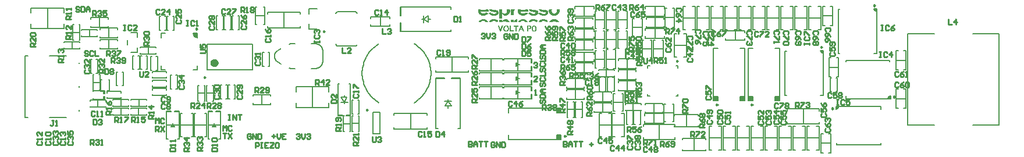
<source format=gto>
G04*
G04 #@! TF.GenerationSoftware,Altium Limited,Altium Designer,19.0.15 (446)*
G04*
G04 Layer_Color=16777215*
%FSLAX23Y23*%
%MOIN*%
G70*
G01*
G75*
%ADD10C,0.024*%
%ADD11C,0.010*%
%ADD12C,0.004*%
%ADD13C,0.008*%
%ADD14C,0.006*%
%ADD15C,0.010*%
%ADD16R,0.027X0.022*%
%ADD17R,0.022X0.027*%
G36*
X3253Y1226D02*
Y1225D01*
Y1225D01*
Y1224D01*
Y1223D01*
X3254D01*
Y1222D01*
Y1221D01*
Y1220D01*
Y1219D01*
Y1218D01*
Y1217D01*
Y1216D01*
Y1215D01*
Y1214D01*
X3209D01*
Y1213D01*
X3210D01*
Y1212D01*
Y1211D01*
Y1210D01*
X3211D01*
Y1209D01*
Y1208D01*
X3212D01*
Y1208D01*
Y1207D01*
X3213D01*
Y1206D01*
X3215D01*
Y1205D01*
X3216D01*
Y1204D01*
X3219D01*
Y1203D01*
X3232D01*
Y1204D01*
X3234D01*
Y1205D01*
X3236D01*
Y1206D01*
X3237D01*
Y1207D01*
X3239D01*
Y1208D01*
X3240D01*
Y1208D01*
Y1209D01*
X3242D01*
Y1208D01*
X3244D01*
Y1208D01*
X3245D01*
Y1207D01*
X3248D01*
Y1206D01*
X3250D01*
Y1205D01*
X3252D01*
Y1204D01*
Y1203D01*
X3251D01*
Y1202D01*
X3250D01*
Y1201D01*
X3249D01*
Y1200D01*
X3248D01*
Y1199D01*
X3247D01*
Y1198D01*
X3246D01*
Y1197D01*
X3244D01*
Y1196D01*
X3243D01*
Y1195D01*
X3242D01*
Y1194D01*
X3239D01*
Y1193D01*
X3236D01*
Y1192D01*
X3231D01*
Y1191D01*
X3218D01*
Y1192D01*
X3214D01*
Y1193D01*
X3210D01*
Y1194D01*
X3209D01*
Y1195D01*
X3207D01*
Y1196D01*
X3205D01*
Y1197D01*
X3204D01*
Y1198D01*
X3203D01*
Y1199D01*
X3201D01*
Y1200D01*
X3200D01*
Y1201D01*
Y1202D01*
X3199D01*
Y1203D01*
X3198D01*
Y1204D01*
X3197D01*
Y1205D01*
Y1206D01*
X3196D01*
Y1207D01*
Y1208D01*
Y1208D01*
X3195D01*
Y1209D01*
Y1210D01*
Y1211D01*
X3194D01*
Y1212D01*
Y1213D01*
Y1214D01*
Y1215D01*
Y1216D01*
Y1217D01*
Y1218D01*
Y1219D01*
Y1220D01*
Y1221D01*
Y1222D01*
Y1223D01*
Y1224D01*
X3195D01*
Y1225D01*
Y1225D01*
Y1226D01*
X3196D01*
Y1227D01*
X3210D01*
Y1226D01*
Y1225D01*
Y1225D01*
X3209D01*
Y1224D01*
Y1223D01*
X3238D01*
Y1224D01*
Y1225D01*
Y1225D01*
Y1226D01*
X3237D01*
Y1227D01*
X3253D01*
Y1226D01*
D02*
G37*
G36*
X3025D02*
X3026D01*
Y1225D01*
Y1225D01*
Y1224D01*
Y1223D01*
X3027D01*
Y1222D01*
Y1221D01*
Y1220D01*
Y1219D01*
Y1218D01*
Y1217D01*
Y1216D01*
Y1215D01*
Y1214D01*
X2982D01*
Y1213D01*
X2983D01*
Y1212D01*
Y1211D01*
Y1210D01*
Y1209D01*
X2984D01*
Y1208D01*
X2985D01*
Y1208D01*
Y1207D01*
X2986D01*
Y1206D01*
X2988D01*
Y1205D01*
X2989D01*
Y1204D01*
X2992D01*
Y1203D01*
X3005D01*
Y1204D01*
X3007D01*
Y1205D01*
X3009D01*
Y1206D01*
X3010D01*
Y1207D01*
X3012D01*
Y1208D01*
X3013D01*
Y1208D01*
Y1209D01*
X3015D01*
Y1208D01*
X3016D01*
Y1208D01*
X3018D01*
Y1207D01*
X3020D01*
Y1206D01*
X3023D01*
Y1205D01*
X3025D01*
Y1204D01*
Y1203D01*
X3024D01*
Y1202D01*
X3023D01*
Y1201D01*
X3022D01*
Y1200D01*
X3021D01*
Y1199D01*
X3020D01*
Y1198D01*
X3019D01*
Y1197D01*
X3017D01*
Y1196D01*
X3016D01*
Y1195D01*
X3015D01*
Y1194D01*
X3012D01*
Y1193D01*
X3009D01*
Y1192D01*
X3004D01*
Y1191D01*
X2991D01*
Y1192D01*
X2986D01*
Y1193D01*
X2983D01*
Y1194D01*
X2982D01*
Y1195D01*
X2980D01*
Y1196D01*
X2978D01*
Y1197D01*
X2977D01*
Y1198D01*
X2976D01*
Y1199D01*
X2974D01*
Y1200D01*
X2973D01*
Y1201D01*
Y1202D01*
X2972D01*
Y1203D01*
X2971D01*
Y1204D01*
X2970D01*
Y1205D01*
Y1206D01*
X2969D01*
Y1207D01*
Y1208D01*
Y1208D01*
X2968D01*
Y1209D01*
Y1210D01*
Y1211D01*
Y1212D01*
Y1213D01*
Y1214D01*
Y1215D01*
Y1216D01*
Y1217D01*
Y1218D01*
Y1219D01*
Y1220D01*
Y1221D01*
Y1222D01*
Y1223D01*
Y1224D01*
Y1225D01*
Y1225D01*
Y1226D01*
Y1227D01*
X2983D01*
Y1226D01*
Y1225D01*
Y1225D01*
X2982D01*
Y1224D01*
Y1223D01*
X3011D01*
Y1224D01*
Y1225D01*
Y1225D01*
Y1226D01*
X3010D01*
Y1227D01*
X3025D01*
Y1226D01*
D02*
G37*
G36*
X5250Y1214D02*
X5246D01*
X5234Y1226D01*
Y1230D01*
X5250Y1230D01*
Y1214D01*
D02*
G37*
G36*
X3433Y1226D02*
X3434D01*
Y1225D01*
Y1225D01*
Y1224D01*
Y1223D01*
Y1222D01*
X3435D01*
Y1221D01*
Y1220D01*
Y1219D01*
Y1218D01*
Y1217D01*
Y1216D01*
Y1215D01*
Y1214D01*
X3434D01*
Y1213D01*
Y1212D01*
Y1211D01*
Y1210D01*
Y1209D01*
X3433D01*
Y1208D01*
Y1208D01*
X3432D01*
Y1207D01*
Y1206D01*
X3431D01*
Y1205D01*
Y1204D01*
X3430D01*
Y1203D01*
X3429D01*
Y1202D01*
Y1201D01*
X3428D01*
Y1200D01*
X3427D01*
Y1199D01*
X3426D01*
Y1198D01*
X3424D01*
Y1197D01*
X3423D01*
Y1196D01*
X3421D01*
Y1195D01*
X3419D01*
Y1194D01*
X3418D01*
Y1193D01*
X3415D01*
Y1192D01*
X3410D01*
Y1191D01*
X3397D01*
Y1192D01*
X3393D01*
Y1193D01*
X3389D01*
Y1194D01*
X3387D01*
Y1195D01*
X3385D01*
Y1196D01*
X3383D01*
Y1197D01*
X3383D01*
Y1198D01*
X3381D01*
Y1199D01*
X3380D01*
Y1200D01*
X3379D01*
Y1201D01*
X3378D01*
Y1202D01*
Y1203D01*
X3377D01*
Y1204D01*
X3376D01*
Y1205D01*
Y1206D01*
X3375D01*
Y1207D01*
Y1208D01*
X3374D01*
Y1208D01*
Y1209D01*
X3373D01*
Y1210D01*
Y1211D01*
Y1212D01*
Y1213D01*
Y1214D01*
X3372D01*
Y1215D01*
Y1216D01*
Y1217D01*
Y1218D01*
Y1219D01*
Y1220D01*
Y1221D01*
Y1222D01*
X3373D01*
Y1223D01*
Y1224D01*
Y1225D01*
Y1225D01*
X3374D01*
Y1226D01*
Y1227D01*
X3391D01*
Y1226D01*
X3390D01*
Y1225D01*
Y1225D01*
Y1224D01*
Y1223D01*
X3389D01*
Y1222D01*
Y1221D01*
Y1220D01*
Y1219D01*
Y1218D01*
Y1217D01*
Y1216D01*
Y1215D01*
Y1214D01*
Y1213D01*
X3390D01*
Y1212D01*
Y1211D01*
Y1210D01*
Y1209D01*
X3391D01*
Y1208D01*
X3392D01*
Y1208D01*
Y1207D01*
X3393D01*
Y1206D01*
X3394D01*
Y1205D01*
X3396D01*
Y1204D01*
X3397D01*
Y1203D01*
X3401D01*
Y1202D01*
X3405D01*
Y1203D01*
X3410D01*
Y1204D01*
X3412D01*
Y1205D01*
X3413D01*
Y1206D01*
X3414D01*
Y1207D01*
X3415D01*
Y1208D01*
X3416D01*
Y1208D01*
Y1209D01*
X3417D01*
Y1210D01*
Y1211D01*
Y1212D01*
Y1213D01*
X3418D01*
Y1214D01*
Y1215D01*
Y1216D01*
Y1217D01*
Y1218D01*
Y1219D01*
Y1220D01*
Y1221D01*
Y1222D01*
Y1223D01*
X3417D01*
Y1224D01*
Y1225D01*
Y1225D01*
Y1226D01*
X3416D01*
Y1227D01*
X3433D01*
Y1226D01*
D02*
G37*
G36*
X3331D02*
X3332D01*
Y1225D01*
X3335D01*
Y1225D01*
X3343D01*
Y1224D01*
X3351D01*
Y1223D01*
X3357D01*
Y1222D01*
X3360D01*
Y1221D01*
X3362D01*
Y1220D01*
X3364D01*
Y1219D01*
X3365D01*
Y1218D01*
X3366D01*
Y1217D01*
X3366D01*
Y1216D01*
X3367D01*
Y1215D01*
Y1214D01*
X3368D01*
Y1213D01*
Y1212D01*
Y1211D01*
X3369D01*
Y1210D01*
Y1209D01*
Y1208D01*
Y1208D01*
Y1207D01*
Y1206D01*
X3368D01*
Y1205D01*
Y1204D01*
Y1203D01*
X3367D01*
Y1202D01*
Y1201D01*
X3366D01*
Y1200D01*
Y1199D01*
X3366D01*
Y1198D01*
X3365D01*
Y1197D01*
X3364D01*
Y1196D01*
X3362D01*
Y1195D01*
X3360D01*
Y1194D01*
X3358D01*
Y1193D01*
X3355D01*
Y1192D01*
X3350D01*
Y1191D01*
X3336D01*
Y1192D01*
X3331D01*
Y1193D01*
X3327D01*
Y1194D01*
X3325D01*
Y1195D01*
X3322D01*
Y1196D01*
X3320D01*
Y1197D01*
X3319D01*
Y1198D01*
X3317D01*
Y1199D01*
X3316D01*
Y1200D01*
X3315D01*
Y1201D01*
X3314D01*
Y1202D01*
X3313D01*
Y1203D01*
X3314D01*
Y1204D01*
X3315D01*
Y1205D01*
X3316D01*
Y1206D01*
X3317D01*
Y1207D01*
X3318D01*
Y1208D01*
X3320D01*
Y1208D01*
X3321D01*
Y1209D01*
X3322D01*
Y1208D01*
X3323D01*
Y1208D01*
X3325D01*
Y1207D01*
X3326D01*
Y1206D01*
X3328D01*
Y1205D01*
X3330D01*
Y1204D01*
X3332D01*
Y1203D01*
X3336D01*
Y1202D01*
X3350D01*
Y1203D01*
X3352D01*
Y1204D01*
X3354D01*
Y1205D01*
Y1206D01*
Y1207D01*
Y1208D01*
Y1208D01*
Y1209D01*
X3353D01*
Y1210D01*
X3351D01*
Y1211D01*
X3347D01*
Y1212D01*
X3339D01*
Y1213D01*
X3331D01*
Y1214D01*
X3328D01*
Y1215D01*
X3325D01*
Y1216D01*
X3323D01*
Y1217D01*
X3321D01*
Y1218D01*
X3320D01*
Y1219D01*
X3319D01*
Y1220D01*
X3318D01*
Y1221D01*
X3317D01*
Y1222D01*
Y1223D01*
X3316D01*
Y1224D01*
Y1225D01*
Y1225D01*
Y1226D01*
Y1227D01*
X3331D01*
Y1226D01*
D02*
G37*
G36*
X3274D02*
X3275D01*
Y1225D01*
X3278D01*
Y1225D01*
X3285D01*
Y1224D01*
X3294D01*
Y1223D01*
X3299D01*
Y1222D01*
X3302D01*
Y1221D01*
X3304D01*
Y1220D01*
X3306D01*
Y1219D01*
X3307D01*
Y1218D01*
X3308D01*
Y1217D01*
X3309D01*
Y1216D01*
X3310D01*
Y1215D01*
Y1214D01*
X3311D01*
Y1213D01*
Y1212D01*
Y1211D01*
Y1210D01*
X3312D01*
Y1209D01*
Y1208D01*
Y1208D01*
Y1207D01*
X3311D01*
Y1206D01*
Y1205D01*
Y1204D01*
Y1203D01*
X3310D01*
Y1202D01*
Y1201D01*
X3309D01*
Y1200D01*
Y1199D01*
X3308D01*
Y1198D01*
X3307D01*
Y1197D01*
X3305D01*
Y1196D01*
X3304D01*
Y1195D01*
X3302D01*
Y1194D01*
X3300D01*
Y1193D01*
X3297D01*
Y1192D01*
X3293D01*
Y1191D01*
X3278D01*
Y1192D01*
X3273D01*
Y1193D01*
X3269D01*
Y1194D01*
X3266D01*
Y1195D01*
X3264D01*
Y1196D01*
X3262D01*
Y1197D01*
X3261D01*
Y1198D01*
X3260D01*
Y1199D01*
X3259D01*
Y1200D01*
X3258D01*
Y1201D01*
X3257D01*
Y1202D01*
X3256D01*
Y1203D01*
X3257D01*
Y1204D01*
X3258D01*
Y1205D01*
X3259D01*
Y1206D01*
X3260D01*
Y1207D01*
X3261D01*
Y1208D01*
X3262D01*
Y1208D01*
X3263D01*
Y1209D01*
X3264D01*
Y1208D01*
X3265D01*
Y1208D01*
X3266D01*
Y1207D01*
X3268D01*
Y1206D01*
X3270D01*
Y1205D01*
X3272D01*
Y1204D01*
X3275D01*
Y1203D01*
X3278D01*
Y1202D01*
X3292D01*
Y1203D01*
X3295D01*
Y1204D01*
X3296D01*
Y1205D01*
X3296D01*
Y1206D01*
Y1207D01*
Y1208D01*
Y1208D01*
Y1209D01*
X3296D01*
Y1210D01*
X3294D01*
Y1211D01*
X3289D01*
Y1212D01*
X3281D01*
Y1213D01*
X3274D01*
Y1214D01*
X3270D01*
Y1215D01*
X3267D01*
Y1216D01*
X3265D01*
Y1217D01*
X3263D01*
Y1218D01*
X3262D01*
Y1219D01*
X3261D01*
Y1220D01*
X3261D01*
Y1221D01*
X3260D01*
Y1222D01*
Y1223D01*
X3259D01*
Y1224D01*
Y1225D01*
Y1225D01*
Y1226D01*
X3258D01*
Y1227D01*
X3274D01*
Y1226D01*
D02*
G37*
G36*
X3149D02*
Y1225D01*
Y1225D01*
Y1224D01*
X3150D01*
Y1223D01*
Y1222D01*
Y1221D01*
Y1220D01*
Y1219D01*
Y1218D01*
Y1217D01*
Y1216D01*
Y1215D01*
Y1214D01*
Y1213D01*
Y1212D01*
X3149D01*
Y1211D01*
Y1210D01*
Y1209D01*
Y1208D01*
X3148D01*
Y1208D01*
Y1207D01*
Y1206D01*
X3147D01*
Y1205D01*
Y1204D01*
X3146D01*
Y1203D01*
X3145D01*
Y1202D01*
Y1201D01*
X3144D01*
Y1200D01*
X3143D01*
Y1199D01*
X3142D01*
Y1198D01*
X3141D01*
Y1197D01*
X3140D01*
Y1196D01*
X3139D01*
Y1195D01*
X3138D01*
Y1194D01*
X3136D01*
Y1193D01*
X3133D01*
Y1192D01*
X3130D01*
Y1191D01*
X3120D01*
Y1192D01*
X3116D01*
Y1193D01*
X3114D01*
Y1194D01*
X3112D01*
Y1195D01*
X3110D01*
Y1196D01*
X3109D01*
Y1197D01*
X3108D01*
Y1198D01*
X3107D01*
Y1199D01*
X3106D01*
Y1200D01*
X3105D01*
Y1199D01*
Y1198D01*
Y1197D01*
Y1196D01*
Y1195D01*
Y1194D01*
Y1193D01*
Y1192D01*
Y1191D01*
Y1190D01*
Y1190D01*
Y1189D01*
Y1188D01*
Y1187D01*
Y1186D01*
Y1185D01*
Y1184D01*
Y1183D01*
Y1182D01*
Y1181D01*
Y1180D01*
Y1179D01*
Y1178D01*
Y1177D01*
Y1176D01*
Y1175D01*
Y1174D01*
Y1173D01*
X3088D01*
Y1174D01*
Y1175D01*
Y1176D01*
Y1177D01*
Y1178D01*
Y1179D01*
Y1180D01*
Y1181D01*
Y1182D01*
Y1183D01*
Y1184D01*
Y1185D01*
Y1186D01*
Y1187D01*
Y1188D01*
Y1189D01*
Y1190D01*
Y1190D01*
Y1191D01*
Y1192D01*
Y1193D01*
Y1194D01*
Y1195D01*
Y1196D01*
Y1197D01*
Y1198D01*
Y1199D01*
Y1200D01*
Y1201D01*
Y1202D01*
Y1203D01*
Y1204D01*
Y1205D01*
Y1206D01*
Y1207D01*
Y1208D01*
Y1208D01*
Y1209D01*
Y1210D01*
Y1211D01*
Y1212D01*
Y1213D01*
Y1214D01*
Y1215D01*
Y1216D01*
Y1217D01*
Y1218D01*
Y1219D01*
Y1220D01*
Y1221D01*
Y1222D01*
Y1223D01*
Y1224D01*
Y1225D01*
Y1225D01*
Y1226D01*
Y1227D01*
X3106D01*
Y1226D01*
Y1225D01*
X3105D01*
Y1225D01*
Y1224D01*
Y1223D01*
X3104D01*
Y1222D01*
Y1221D01*
Y1220D01*
Y1219D01*
Y1218D01*
Y1217D01*
Y1216D01*
Y1215D01*
Y1214D01*
Y1213D01*
X3105D01*
Y1212D01*
Y1211D01*
Y1210D01*
X3106D01*
Y1209D01*
Y1208D01*
X3107D01*
Y1208D01*
Y1207D01*
X3108D01*
Y1206D01*
X3109D01*
Y1205D01*
X3111D01*
Y1204D01*
X3113D01*
Y1203D01*
X3118D01*
Y1202D01*
X3120D01*
Y1203D01*
X3124D01*
Y1204D01*
X3126D01*
Y1205D01*
X3128D01*
Y1206D01*
X3129D01*
Y1207D01*
X3130D01*
Y1208D01*
Y1208D01*
X3131D01*
Y1209D01*
Y1210D01*
X3132D01*
Y1211D01*
Y1212D01*
Y1213D01*
X3133D01*
Y1214D01*
Y1215D01*
Y1216D01*
Y1217D01*
Y1218D01*
Y1219D01*
Y1220D01*
Y1221D01*
Y1222D01*
Y1223D01*
X3132D01*
Y1224D01*
Y1225D01*
Y1225D01*
X3131D01*
Y1226D01*
Y1227D01*
X3149D01*
Y1226D01*
D02*
G37*
G36*
X3047D02*
X3048D01*
Y1225D01*
X3051D01*
Y1225D01*
X3059D01*
Y1224D01*
X3068D01*
Y1223D01*
X3072D01*
Y1222D01*
X3075D01*
Y1221D01*
X3077D01*
Y1220D01*
X3079D01*
Y1219D01*
X3081D01*
Y1218D01*
X3082D01*
Y1217D01*
Y1216D01*
X3083D01*
Y1215D01*
X3084D01*
Y1214D01*
Y1213D01*
Y1212D01*
X3085D01*
Y1211D01*
Y1210D01*
Y1209D01*
Y1208D01*
Y1208D01*
Y1207D01*
Y1206D01*
Y1205D01*
Y1204D01*
X3084D01*
Y1203D01*
Y1202D01*
X3083D01*
Y1201D01*
Y1200D01*
X3082D01*
Y1199D01*
X3081D01*
Y1198D01*
X3080D01*
Y1197D01*
X3079D01*
Y1196D01*
X3077D01*
Y1195D01*
X3076D01*
Y1194D01*
X3073D01*
Y1193D01*
X3070D01*
Y1192D01*
X3066D01*
Y1191D01*
X3051D01*
Y1192D01*
X3046D01*
Y1193D01*
X3043D01*
Y1194D01*
X3040D01*
Y1195D01*
X3038D01*
Y1196D01*
X3036D01*
Y1197D01*
X3034D01*
Y1198D01*
X3034D01*
Y1199D01*
X3033D01*
Y1200D01*
X3031D01*
Y1201D01*
X3030D01*
Y1202D01*
X3029D01*
Y1203D01*
X3030D01*
Y1204D01*
X3031D01*
Y1205D01*
X3032D01*
Y1206D01*
X3034D01*
Y1207D01*
X3034D01*
Y1208D01*
X3035D01*
Y1208D01*
X3036D01*
Y1209D01*
X3038D01*
Y1208D01*
X3039D01*
Y1208D01*
X3040D01*
Y1207D01*
X3041D01*
Y1206D01*
X3043D01*
Y1205D01*
X3045D01*
Y1204D01*
X3048D01*
Y1203D01*
X3052D01*
Y1202D01*
X3066D01*
Y1203D01*
X3069D01*
Y1204D01*
X3069D01*
Y1205D01*
X3070D01*
Y1206D01*
Y1207D01*
Y1208D01*
Y1208D01*
Y1209D01*
X3069D01*
Y1210D01*
X3068D01*
Y1211D01*
X3063D01*
Y1212D01*
X3054D01*
Y1213D01*
X3048D01*
Y1214D01*
X3043D01*
Y1215D01*
X3041D01*
Y1216D01*
X3038D01*
Y1217D01*
X3037D01*
Y1218D01*
X3035D01*
Y1219D01*
X3034D01*
Y1220D01*
Y1221D01*
X3034D01*
Y1222D01*
X3033D01*
Y1223D01*
Y1224D01*
Y1225D01*
X3032D01*
Y1225D01*
Y1226D01*
Y1227D01*
X3047D01*
Y1226D01*
D02*
G37*
G36*
X3179D02*
X3178D01*
Y1225D01*
X3176D01*
Y1225D01*
Y1224D01*
X3175D01*
Y1223D01*
X3174D01*
Y1222D01*
Y1221D01*
X3174D01*
Y1220D01*
Y1219D01*
Y1218D01*
Y1217D01*
X3173D01*
Y1216D01*
Y1215D01*
Y1214D01*
Y1213D01*
Y1212D01*
Y1211D01*
Y1210D01*
Y1209D01*
Y1208D01*
Y1208D01*
Y1207D01*
Y1206D01*
Y1205D01*
Y1204D01*
Y1203D01*
Y1202D01*
Y1201D01*
Y1200D01*
Y1199D01*
Y1198D01*
Y1197D01*
Y1196D01*
Y1195D01*
Y1194D01*
Y1193D01*
X3156D01*
Y1194D01*
Y1195D01*
Y1196D01*
Y1197D01*
Y1198D01*
Y1199D01*
Y1200D01*
Y1201D01*
Y1202D01*
Y1203D01*
Y1204D01*
Y1205D01*
Y1206D01*
Y1207D01*
Y1208D01*
Y1208D01*
Y1209D01*
Y1210D01*
Y1211D01*
Y1212D01*
Y1213D01*
Y1214D01*
Y1215D01*
Y1216D01*
Y1217D01*
Y1218D01*
Y1219D01*
Y1220D01*
Y1221D01*
Y1222D01*
Y1223D01*
Y1224D01*
Y1225D01*
Y1225D01*
Y1226D01*
Y1227D01*
X3179D01*
Y1226D01*
D02*
G37*
G36*
X3129Y1169D02*
X3134D01*
Y1168D01*
X3136D01*
Y1167D01*
X3138D01*
Y1166D01*
X3139D01*
Y1165D01*
X3140D01*
Y1164D01*
X3141D01*
Y1163D01*
X3142D01*
Y1162D01*
X3143D01*
Y1161D01*
X3144D01*
Y1160D01*
X3145D01*
Y1159D01*
X3146D01*
Y1158D01*
Y1157D01*
X3147D01*
Y1156D01*
Y1155D01*
X3148D01*
Y1155D01*
Y1154D01*
Y1153D01*
X3130D01*
Y1154D01*
Y1155D01*
X3129D01*
Y1155D01*
X3128D01*
Y1156D01*
X3126D01*
Y1157D01*
X3124D01*
Y1158D01*
X3113D01*
Y1157D01*
X3111D01*
Y1156D01*
X3109D01*
Y1155D01*
X3108D01*
Y1155D01*
X3107D01*
Y1154D01*
Y1153D01*
X3088D01*
Y1154D01*
Y1155D01*
Y1155D01*
Y1156D01*
Y1157D01*
Y1158D01*
Y1159D01*
Y1160D01*
Y1161D01*
Y1162D01*
Y1163D01*
Y1164D01*
Y1165D01*
Y1166D01*
Y1167D01*
Y1168D01*
X3104D01*
Y1167D01*
Y1166D01*
Y1165D01*
Y1164D01*
Y1163D01*
Y1162D01*
Y1161D01*
Y1160D01*
Y1159D01*
X3105D01*
Y1160D01*
X3106D01*
Y1161D01*
X3107D01*
Y1162D01*
Y1163D01*
X3108D01*
Y1164D01*
X3110D01*
Y1165D01*
X3111D01*
Y1166D01*
X3113D01*
Y1167D01*
X3115D01*
Y1168D01*
X3117D01*
Y1169D01*
X3121D01*
Y1170D01*
X3129D01*
Y1169D01*
D02*
G37*
G36*
X3193D02*
Y1168D01*
Y1167D01*
Y1166D01*
Y1165D01*
Y1164D01*
Y1163D01*
Y1162D01*
Y1161D01*
Y1160D01*
Y1159D01*
Y1158D01*
Y1157D01*
Y1156D01*
Y1155D01*
Y1155D01*
X3184D01*
Y1154D01*
X3181D01*
Y1153D01*
X3156D01*
Y1154D01*
Y1155D01*
Y1155D01*
Y1156D01*
Y1157D01*
Y1158D01*
Y1159D01*
Y1160D01*
Y1161D01*
Y1162D01*
Y1163D01*
Y1164D01*
Y1165D01*
Y1166D01*
Y1167D01*
Y1168D01*
X3171D01*
Y1167D01*
Y1166D01*
Y1165D01*
Y1164D01*
Y1163D01*
Y1162D01*
Y1161D01*
Y1160D01*
Y1159D01*
Y1158D01*
Y1157D01*
Y1156D01*
Y1155D01*
Y1155D01*
X3173D01*
Y1155D01*
Y1156D01*
Y1157D01*
X3174D01*
Y1158D01*
Y1159D01*
X3174D01*
Y1160D01*
Y1161D01*
X3175D01*
Y1162D01*
X3176D01*
Y1163D01*
X3177D01*
Y1164D01*
X3178D01*
Y1165D01*
X3179D01*
Y1166D01*
X3180D01*
Y1167D01*
X3182D01*
Y1168D01*
X3185D01*
Y1169D01*
X3190D01*
Y1170D01*
X3193D01*
Y1169D01*
D02*
G37*
G36*
X3348D02*
X3353D01*
Y1168D01*
X3357D01*
Y1167D01*
X3360D01*
Y1166D01*
X3362D01*
Y1165D01*
X3364D01*
Y1164D01*
X3366D01*
Y1163D01*
X3366D01*
Y1162D01*
X3367D01*
Y1161D01*
X3368D01*
Y1160D01*
X3367D01*
Y1159D01*
X3366D01*
Y1158D01*
X3366D01*
Y1157D01*
X3365D01*
Y1156D01*
X3364D01*
Y1155D01*
X3363D01*
Y1155D01*
X3362D01*
Y1154D01*
X3361D01*
Y1155D01*
X3359D01*
Y1155D01*
X3357D01*
Y1156D01*
X3355D01*
Y1157D01*
X3352D01*
Y1158D01*
X3348D01*
Y1159D01*
X3334D01*
Y1158D01*
X3331D01*
Y1157D01*
X3331D01*
Y1156D01*
Y1155D01*
Y1155D01*
Y1154D01*
Y1153D01*
X3315D01*
Y1154D01*
Y1155D01*
X3316D01*
Y1155D01*
Y1156D01*
Y1157D01*
Y1158D01*
X3317D01*
Y1159D01*
Y1160D01*
X3318D01*
Y1161D01*
Y1162D01*
X3319D01*
Y1163D01*
X3320D01*
Y1164D01*
X3321D01*
Y1165D01*
X3323D01*
Y1166D01*
X3325D01*
Y1167D01*
X3327D01*
Y1168D01*
X3331D01*
Y1169D01*
X3336D01*
Y1170D01*
X3348D01*
Y1169D01*
D02*
G37*
G36*
X3290D02*
X3296D01*
Y1168D01*
X3299D01*
Y1167D01*
X3302D01*
Y1166D01*
X3304D01*
Y1165D01*
X3306D01*
Y1164D01*
X3307D01*
Y1163D01*
X3309D01*
Y1162D01*
X3310D01*
Y1161D01*
X3311D01*
Y1160D01*
X3310D01*
Y1159D01*
X3309D01*
Y1158D01*
X3308D01*
Y1157D01*
X3307D01*
Y1156D01*
X3306D01*
Y1155D01*
X3305D01*
Y1155D01*
X3304D01*
Y1154D01*
X3302D01*
Y1155D01*
X3301D01*
Y1155D01*
X3299D01*
Y1156D01*
X3297D01*
Y1157D01*
X3295D01*
Y1158D01*
X3291D01*
Y1159D01*
X3277D01*
Y1158D01*
X3274D01*
Y1157D01*
X3273D01*
Y1156D01*
Y1155D01*
Y1155D01*
Y1154D01*
Y1153D01*
X3258D01*
Y1154D01*
Y1155D01*
Y1155D01*
X3259D01*
Y1156D01*
Y1157D01*
Y1158D01*
Y1159D01*
X3260D01*
Y1160D01*
X3261D01*
Y1161D01*
Y1162D01*
X3261D01*
Y1163D01*
X3262D01*
Y1164D01*
X3263D01*
Y1165D01*
X3265D01*
Y1166D01*
X3267D01*
Y1167D01*
X3269D01*
Y1168D01*
X3273D01*
Y1169D01*
X3278D01*
Y1170D01*
X3290D01*
Y1169D01*
D02*
G37*
G36*
X3063D02*
X3069D01*
Y1168D01*
X3073D01*
Y1167D01*
X3075D01*
Y1166D01*
X3077D01*
Y1165D01*
X3079D01*
Y1164D01*
X3081D01*
Y1163D01*
X3082D01*
Y1162D01*
X3084D01*
Y1161D01*
Y1160D01*
X3083D01*
Y1159D01*
X3082D01*
Y1158D01*
X3081D01*
Y1157D01*
X3080D01*
Y1156D01*
X3079D01*
Y1155D01*
X3078D01*
Y1155D01*
X3077D01*
Y1154D01*
X3076D01*
Y1155D01*
X3074D01*
Y1155D01*
X3073D01*
Y1156D01*
X3071D01*
Y1157D01*
X3069D01*
Y1158D01*
X3064D01*
Y1159D01*
X3050D01*
Y1158D01*
X3048D01*
Y1157D01*
X3047D01*
Y1156D01*
X3046D01*
Y1155D01*
Y1155D01*
Y1154D01*
X3047D01*
Y1153D01*
X3032D01*
Y1154D01*
Y1155D01*
Y1155D01*
Y1156D01*
Y1157D01*
X3033D01*
Y1158D01*
Y1159D01*
Y1160D01*
X3034D01*
Y1161D01*
X3034D01*
Y1162D01*
X3035D01*
Y1163D01*
X3036D01*
Y1164D01*
X3037D01*
Y1165D01*
X3038D01*
Y1166D01*
X3040D01*
Y1167D01*
X3043D01*
Y1168D01*
X3046D01*
Y1169D01*
X3051D01*
Y1170D01*
X3063D01*
Y1169D01*
D02*
G37*
G36*
X3409D02*
X3414D01*
Y1168D01*
X3417D01*
Y1167D01*
X3419D01*
Y1166D01*
X3421D01*
Y1165D01*
X3423D01*
Y1164D01*
X3424D01*
Y1163D01*
X3426D01*
Y1162D01*
X3427D01*
Y1161D01*
X3428D01*
Y1160D01*
X3429D01*
Y1159D01*
Y1158D01*
X3430D01*
Y1157D01*
X3431D01*
Y1156D01*
Y1155D01*
X3432D01*
Y1155D01*
Y1154D01*
X3433D01*
Y1153D01*
X3416D01*
Y1154D01*
X3415D01*
Y1155D01*
X3414D01*
Y1155D01*
X3413D01*
Y1156D01*
X3411D01*
Y1157D01*
X3409D01*
Y1158D01*
X3398D01*
Y1157D01*
X3396D01*
Y1156D01*
X3394D01*
Y1155D01*
X3393D01*
Y1155D01*
X3392D01*
Y1154D01*
Y1153D01*
X3374D01*
Y1154D01*
X3375D01*
Y1155D01*
Y1155D01*
X3376D01*
Y1156D01*
Y1157D01*
X3377D01*
Y1158D01*
X3378D01*
Y1159D01*
Y1160D01*
X3379D01*
Y1161D01*
X3380D01*
Y1162D01*
X3382D01*
Y1163D01*
X3383D01*
Y1164D01*
X3383D01*
Y1165D01*
X3385D01*
Y1166D01*
X3387D01*
Y1167D01*
X3390D01*
Y1168D01*
X3393D01*
Y1169D01*
X3398D01*
Y1170D01*
X3409D01*
Y1169D01*
D02*
G37*
G36*
X3229D02*
X3235D01*
Y1168D01*
X3238D01*
Y1167D01*
X3240D01*
Y1166D01*
X3242D01*
Y1165D01*
X3244D01*
Y1164D01*
X3244D01*
Y1163D01*
X3246D01*
Y1162D01*
X3247D01*
Y1161D01*
X3248D01*
Y1160D01*
Y1159D01*
X3249D01*
Y1158D01*
X3250D01*
Y1157D01*
Y1156D01*
X3251D01*
Y1155D01*
Y1155D01*
X3252D01*
Y1154D01*
Y1153D01*
X3237D01*
Y1154D01*
Y1155D01*
X3236D01*
Y1155D01*
Y1156D01*
X3235D01*
Y1157D01*
X3234D01*
Y1158D01*
X3232D01*
Y1159D01*
X3229D01*
Y1160D01*
X3218D01*
Y1159D01*
X3216D01*
Y1158D01*
X3214D01*
Y1157D01*
X3213D01*
Y1156D01*
X3212D01*
Y1155D01*
X3211D01*
Y1155D01*
Y1154D01*
X3210D01*
Y1153D01*
X3196D01*
Y1154D01*
Y1155D01*
X3197D01*
Y1155D01*
Y1156D01*
X3198D01*
Y1157D01*
Y1158D01*
X3199D01*
Y1159D01*
X3200D01*
Y1160D01*
X3201D01*
Y1161D01*
X3202D01*
Y1162D01*
X3203D01*
Y1163D01*
X3204D01*
Y1164D01*
X3205D01*
Y1165D01*
X3207D01*
Y1166D01*
X3209D01*
Y1167D01*
X3210D01*
Y1168D01*
X3214D01*
Y1169D01*
X3219D01*
Y1170D01*
X3229D01*
Y1169D01*
D02*
G37*
G36*
X3002D02*
X3008D01*
Y1168D01*
X3011D01*
Y1167D01*
X3013D01*
Y1166D01*
X3015D01*
Y1165D01*
X3016D01*
Y1164D01*
X3017D01*
Y1163D01*
X3018D01*
Y1162D01*
X3020D01*
Y1161D01*
Y1160D01*
X3021D01*
Y1159D01*
X3022D01*
Y1158D01*
X3023D01*
Y1157D01*
Y1156D01*
X3024D01*
Y1155D01*
Y1155D01*
X3025D01*
Y1154D01*
Y1153D01*
X3010D01*
Y1154D01*
Y1155D01*
X3009D01*
Y1155D01*
Y1156D01*
X3008D01*
Y1157D01*
X3006D01*
Y1158D01*
X3005D01*
Y1159D01*
X3002D01*
Y1160D01*
X2991D01*
Y1159D01*
X2989D01*
Y1158D01*
X2987D01*
Y1157D01*
X2986D01*
Y1156D01*
X2985D01*
Y1155D01*
X2984D01*
Y1155D01*
Y1154D01*
X2983D01*
Y1153D01*
X2969D01*
Y1154D01*
Y1155D01*
X2970D01*
Y1155D01*
Y1156D01*
X2971D01*
Y1157D01*
Y1158D01*
X2972D01*
Y1159D01*
X2973D01*
Y1160D01*
X2974D01*
Y1161D01*
X2975D01*
Y1162D01*
X2976D01*
Y1163D01*
X2977D01*
Y1164D01*
X2978D01*
Y1165D01*
X2980D01*
Y1166D01*
X2982D01*
Y1167D01*
X2983D01*
Y1168D01*
X2987D01*
Y1169D01*
X2992D01*
Y1170D01*
X3002D01*
Y1169D01*
D02*
G37*
G36*
X1359Y1065D02*
X1342Y1071D01*
X1336Y1089D01*
X1359D01*
Y1065D01*
D02*
G37*
G36*
X4945Y975D02*
X4941D01*
X4929Y987D01*
Y991D01*
X4945Y991D01*
Y975D01*
D02*
G37*
G36*
X5330Y715D02*
X5314D01*
Y719D01*
X5326Y731D01*
X5330D01*
X5330Y715D01*
D02*
G37*
G36*
X5034Y666D02*
X5022Y654D01*
X5018D01*
X5018Y670D01*
X5034D01*
Y666D01*
D02*
G37*
G36*
X3099Y1100D02*
X3091D01*
X3080Y1134D01*
X3087D01*
X3094Y1111D01*
Y1111D01*
X3094Y1111D01*
X3094Y1111D01*
X3095Y1111D01*
X3095Y1110D01*
X3095Y1109D01*
X3095Y1109D01*
X3095Y1108D01*
X3095Y1108D01*
X3095Y1109D01*
X3096Y1110D01*
X3096Y1111D01*
X3103Y1134D01*
X3110D01*
X3099Y1100D01*
D02*
G37*
G36*
X3261Y1134D02*
X3262D01*
X3263Y1134D01*
X3263Y1134D01*
X3265Y1134D01*
X3266Y1133D01*
X3267Y1133D01*
X3267D01*
X3267Y1133D01*
X3267Y1133D01*
X3268Y1132D01*
X3268Y1132D01*
X3269Y1131D01*
X3270Y1131D01*
X3270Y1130D01*
X3271Y1129D01*
X3271Y1129D01*
X3271Y1129D01*
X3271Y1128D01*
X3272Y1128D01*
X3272Y1127D01*
X3272Y1126D01*
X3272Y1125D01*
X3272Y1124D01*
Y1124D01*
Y1123D01*
Y1123D01*
X3272Y1123D01*
X3272Y1122D01*
X3272Y1122D01*
X3272Y1121D01*
X3272Y1119D01*
X3271Y1119D01*
X3271Y1118D01*
X3271Y1118D01*
X3270Y1117D01*
X3270Y1116D01*
X3269Y1116D01*
X3269Y1116D01*
X3269Y1116D01*
X3269Y1115D01*
X3269Y1115D01*
X3268Y1115D01*
X3268Y1115D01*
X3267Y1115D01*
X3267Y1114D01*
X3266Y1114D01*
X3266Y1114D01*
X3265Y1114D01*
X3264Y1113D01*
X3263Y1113D01*
X3262Y1113D01*
X3261Y1113D01*
X3260Y1113D01*
X3254D01*
Y1100D01*
X3247D01*
Y1134D01*
X3261D01*
X3261Y1134D01*
D02*
G37*
G36*
X3231Y1100D02*
X3224D01*
X3221Y1109D01*
X3209D01*
X3206Y1100D01*
X3199D01*
X3211Y1134D01*
X3219D01*
X3231Y1100D01*
D02*
G37*
G36*
X3198Y1128D02*
X3188D01*
Y1100D01*
X3181D01*
Y1128D01*
X3171D01*
Y1134D01*
X3198D01*
Y1128D01*
D02*
G37*
G36*
X3156Y1106D02*
X3171D01*
Y1100D01*
X3149D01*
Y1134D01*
X3156D01*
Y1106D01*
D02*
G37*
G36*
X3289Y1134D02*
X3289D01*
X3290Y1134D01*
X3291Y1134D01*
X3291Y1134D01*
X3292Y1134D01*
X3293Y1133D01*
X3294Y1133D01*
X3295Y1133D01*
X3295Y1132D01*
X3296Y1132D01*
X3297Y1131D01*
X3298Y1130D01*
X3298Y1129D01*
X3299Y1129D01*
X3299Y1129D01*
X3299Y1129D01*
X3299Y1129D01*
X3299Y1128D01*
X3300Y1128D01*
X3300Y1127D01*
X3300Y1126D01*
X3301Y1125D01*
X3301Y1124D01*
X3301Y1123D01*
X3302Y1122D01*
X3302Y1121D01*
X3302Y1120D01*
X3302Y1118D01*
X3302Y1117D01*
Y1117D01*
Y1116D01*
Y1116D01*
X3302Y1115D01*
X3302Y1115D01*
X3302Y1114D01*
X3302Y1113D01*
X3302Y1112D01*
X3301Y1110D01*
X3301Y1109D01*
X3301Y1108D01*
X3300Y1107D01*
X3300Y1106D01*
X3299Y1105D01*
X3298Y1104D01*
X3298Y1104D01*
X3298Y1104D01*
X3298Y1104D01*
X3298Y1103D01*
X3297Y1103D01*
X3297Y1103D01*
X3296Y1102D01*
X3296Y1102D01*
X3295Y1101D01*
X3294Y1101D01*
X3294Y1100D01*
X3293Y1100D01*
X3292Y1100D01*
X3291Y1100D01*
X3290Y1099D01*
X3288Y1099D01*
X3288D01*
X3288Y1099D01*
X3287D01*
X3287Y1100D01*
X3286Y1100D01*
X3285Y1100D01*
X3285Y1100D01*
X3284Y1100D01*
X3283Y1100D01*
X3282Y1101D01*
X3281Y1101D01*
X3281Y1102D01*
X3280Y1102D01*
X3279Y1103D01*
X3278Y1104D01*
X3278Y1104D01*
X3278Y1104D01*
X3278Y1104D01*
X3278Y1105D01*
X3277Y1105D01*
X3277Y1106D01*
X3277Y1107D01*
X3276Y1107D01*
X3276Y1108D01*
X3276Y1109D01*
X3276Y1110D01*
X3275Y1111D01*
X3275Y1113D01*
X3275Y1114D01*
X3275Y1115D01*
X3275Y1117D01*
Y1117D01*
Y1117D01*
Y1118D01*
X3275Y1118D01*
X3275Y1119D01*
X3275Y1120D01*
X3275Y1120D01*
X3275Y1121D01*
X3276Y1123D01*
X3276Y1124D01*
X3276Y1126D01*
X3277Y1127D01*
X3277Y1128D01*
X3278Y1129D01*
X3278Y1129D01*
X3278Y1130D01*
X3278Y1130D01*
X3279Y1130D01*
X3279Y1130D01*
X3279Y1131D01*
X3280Y1131D01*
X3280Y1131D01*
X3281Y1132D01*
X3282Y1132D01*
X3282Y1133D01*
X3283Y1133D01*
X3284Y1133D01*
X3285Y1134D01*
X3286Y1134D01*
X3287Y1134D01*
X3288Y1134D01*
X3289D01*
X3289Y1134D01*
D02*
G37*
G36*
X3129Y1135D02*
X3129D01*
X3130Y1135D01*
X3130Y1135D01*
X3131Y1135D01*
X3132Y1134D01*
X3134Y1134D01*
X3135Y1133D01*
X3137Y1133D01*
X3137D01*
X3137Y1133D01*
X3137Y1133D01*
X3137Y1132D01*
X3138Y1132D01*
X3139Y1131D01*
X3140Y1130D01*
X3141Y1129D01*
X3142Y1128D01*
X3142Y1127D01*
Y1126D01*
X3142Y1126D01*
X3142Y1126D01*
X3143Y1126D01*
X3143Y1125D01*
X3143Y1125D01*
X3143Y1124D01*
X3143Y1124D01*
X3143Y1123D01*
X3144Y1122D01*
X3144Y1122D01*
X3144Y1121D01*
X3144Y1119D01*
X3144Y1117D01*
Y1117D01*
Y1117D01*
Y1117D01*
X3144Y1116D01*
Y1116D01*
X3144Y1115D01*
X3144Y1115D01*
X3144Y1114D01*
X3144Y1112D01*
X3143Y1111D01*
X3143Y1109D01*
X3142Y1108D01*
Y1108D01*
X3142Y1107D01*
X3142Y1107D01*
X3142Y1107D01*
X3142Y1107D01*
X3141Y1106D01*
X3141Y1105D01*
X3140Y1104D01*
X3139Y1103D01*
X3138Y1102D01*
X3137Y1101D01*
X3137D01*
X3136Y1101D01*
X3136Y1101D01*
X3136Y1101D01*
X3136Y1101D01*
X3135Y1101D01*
X3135Y1101D01*
X3134Y1100D01*
X3134Y1100D01*
X3133Y1100D01*
X3132Y1100D01*
X3130Y1099D01*
X3128Y1099D01*
X3128D01*
X3127Y1099D01*
X3127D01*
X3126Y1099D01*
X3126Y1099D01*
X3125Y1100D01*
X3124Y1100D01*
X3122Y1100D01*
X3121Y1101D01*
X3120Y1101D01*
X3120D01*
X3119Y1102D01*
X3119Y1102D01*
X3119Y1102D01*
X3118Y1102D01*
X3118Y1103D01*
X3117Y1104D01*
X3116Y1105D01*
X3115Y1106D01*
X3114Y1108D01*
Y1108D01*
X3114Y1108D01*
X3114Y1108D01*
X3114Y1108D01*
X3113Y1109D01*
X3113Y1109D01*
X3113Y1110D01*
X3113Y1110D01*
X3113Y1111D01*
X3113Y1112D01*
X3112Y1113D01*
X3112Y1115D01*
X3112Y1117D01*
Y1117D01*
Y1117D01*
Y1118D01*
X3112Y1118D01*
Y1118D01*
X3112Y1119D01*
X3112Y1120D01*
X3112Y1120D01*
X3112Y1122D01*
X3113Y1123D01*
X3113Y1125D01*
X3114Y1127D01*
Y1127D01*
X3114Y1127D01*
X3114Y1127D01*
X3114Y1127D01*
X3114Y1128D01*
X3115Y1128D01*
X3115Y1129D01*
X3116Y1130D01*
X3117Y1131D01*
X3118Y1132D01*
X3120Y1133D01*
X3120D01*
X3120Y1133D01*
X3120Y1133D01*
X3120Y1133D01*
X3121Y1133D01*
X3121Y1133D01*
X3121Y1134D01*
X3122Y1134D01*
X3123Y1134D01*
X3123Y1134D01*
X3125Y1135D01*
X3126Y1135D01*
X3128Y1135D01*
X3129D01*
X3129Y1135D01*
D02*
G37*
%LPC*%
G36*
X3259Y1129D02*
X3254D01*
Y1118D01*
X3260D01*
X3260Y1118D01*
X3261Y1119D01*
X3261Y1119D01*
X3262Y1119D01*
X3263Y1119D01*
X3264Y1120D01*
X3264Y1120D01*
X3264Y1120D01*
X3264Y1120D01*
X3264Y1121D01*
X3265Y1121D01*
X3265Y1122D01*
X3265Y1123D01*
X3265Y1124D01*
Y1124D01*
Y1124D01*
X3265Y1124D01*
X3265Y1125D01*
X3265Y1125D01*
X3264Y1126D01*
X3264Y1127D01*
X3264Y1127D01*
X3263Y1127D01*
X3263Y1127D01*
X3263Y1128D01*
X3262Y1128D01*
X3262Y1128D01*
X3261Y1128D01*
X3260Y1129D01*
X3259Y1129D01*
D02*
G37*
G36*
X3215Y1127D02*
X3215Y1127D01*
X3215Y1126D01*
X3214Y1125D01*
X3211Y1114D01*
X3219D01*
X3215Y1125D01*
Y1125D01*
X3215Y1125D01*
X3215Y1126D01*
X3215Y1126D01*
X3215Y1126D01*
X3215Y1127D01*
D02*
G37*
G36*
X3288Y1129D02*
X3288D01*
X3288Y1129D01*
X3287Y1128D01*
X3287Y1128D01*
X3286Y1128D01*
X3285Y1127D01*
X3284Y1127D01*
X3284Y1127D01*
X3284Y1126D01*
X3283Y1126D01*
Y1126D01*
X3283Y1125D01*
X3283Y1125D01*
X3283Y1125D01*
X3283Y1125D01*
X3283Y1124D01*
X3283Y1124D01*
X3282Y1123D01*
X3282Y1123D01*
X3282Y1122D01*
X3282Y1121D01*
X3282Y1121D01*
X3282Y1120D01*
X3282Y1119D01*
X3282Y1118D01*
Y1117D01*
Y1117D01*
Y1116D01*
Y1116D01*
X3282Y1116D01*
Y1115D01*
X3282Y1115D01*
X3282Y1114D01*
X3282Y1113D01*
X3282Y1112D01*
X3282Y1111D01*
X3283Y1109D01*
X3283Y1108D01*
X3283Y1108D01*
Y1108D01*
X3283Y1108D01*
X3284Y1107D01*
X3284Y1107D01*
X3285Y1106D01*
X3285Y1106D01*
X3286Y1105D01*
X3287Y1105D01*
X3288Y1105D01*
X3288Y1105D01*
X3289D01*
X3289Y1105D01*
X3289Y1105D01*
X3290Y1105D01*
X3291Y1106D01*
X3292Y1106D01*
X3292Y1106D01*
X3293Y1107D01*
X3293Y1107D01*
X3293Y1108D01*
Y1108D01*
X3293Y1108D01*
X3294Y1108D01*
X3294Y1108D01*
X3294Y1109D01*
X3294Y1109D01*
X3294Y1110D01*
X3294Y1110D01*
X3295Y1111D01*
X3295Y1111D01*
X3295Y1112D01*
X3295Y1113D01*
X3295Y1114D01*
X3295Y1115D01*
X3295Y1116D01*
Y1117D01*
Y1117D01*
Y1117D01*
Y1117D01*
Y1118D01*
X3295Y1118D01*
X3295Y1119D01*
X3295Y1119D01*
X3295Y1120D01*
X3295Y1121D01*
X3295Y1123D01*
X3294Y1124D01*
X3294Y1125D01*
X3293Y1126D01*
Y1126D01*
X3293Y1126D01*
X3293Y1126D01*
X3293Y1127D01*
X3292Y1127D01*
X3291Y1128D01*
X3291Y1128D01*
X3290Y1129D01*
X3289Y1129D01*
X3288Y1129D01*
D02*
G37*
G36*
X3128Y1129D02*
X3128D01*
X3127Y1129D01*
X3127Y1129D01*
X3127Y1129D01*
X3126Y1129D01*
X3125Y1128D01*
X3124Y1128D01*
X3124Y1128D01*
X3123Y1127D01*
X3123Y1127D01*
X3122Y1127D01*
X3122Y1126D01*
Y1126D01*
X3121Y1126D01*
X3121Y1126D01*
X3121Y1125D01*
X3121Y1125D01*
X3121Y1125D01*
X3121Y1124D01*
X3120Y1124D01*
X3120Y1123D01*
X3120Y1122D01*
X3120Y1122D01*
X3120Y1121D01*
X3119Y1120D01*
X3119Y1119D01*
X3119Y1118D01*
X3119Y1117D01*
Y1117D01*
Y1117D01*
Y1117D01*
X3119Y1116D01*
Y1116D01*
X3119Y1115D01*
X3119Y1115D01*
X3119Y1114D01*
X3120Y1112D01*
X3120Y1111D01*
X3121Y1110D01*
X3121Y1109D01*
X3122Y1108D01*
X3122Y1108D01*
X3122Y1108D01*
X3122Y1108D01*
X3122Y1108D01*
X3123Y1107D01*
X3123Y1107D01*
X3124Y1106D01*
X3125Y1106D01*
X3126Y1105D01*
X3127Y1105D01*
X3127Y1105D01*
X3128Y1105D01*
X3129D01*
X3129Y1105D01*
X3129Y1105D01*
X3130Y1105D01*
X3131Y1105D01*
X3132Y1106D01*
X3132Y1106D01*
X3133Y1106D01*
X3133Y1107D01*
X3134Y1107D01*
X3134Y1108D01*
X3135Y1108D01*
X3135Y1108D01*
X3135Y1108D01*
X3135Y1109D01*
X3135Y1109D01*
X3135Y1109D01*
X3135Y1109D01*
X3136Y1110D01*
X3136Y1110D01*
X3136Y1111D01*
X3136Y1112D01*
X3136Y1112D01*
X3137Y1113D01*
X3137Y1114D01*
X3137Y1115D01*
X3137Y1116D01*
Y1117D01*
Y1117D01*
Y1117D01*
Y1118D01*
X3137Y1118D01*
Y1119D01*
X3137Y1119D01*
X3137Y1120D01*
X3137Y1120D01*
X3136Y1122D01*
X3136Y1123D01*
X3135Y1125D01*
X3135Y1125D01*
X3135Y1126D01*
Y1126D01*
X3135Y1126D01*
X3135Y1126D01*
X3134Y1126D01*
X3134Y1127D01*
X3133Y1128D01*
X3132Y1128D01*
X3131Y1129D01*
X3130Y1129D01*
X3130Y1129D01*
X3129Y1129D01*
X3128Y1129D01*
D02*
G37*
%LPD*%
D10*
X1467Y921D02*
X1463Y930D01*
X1453Y932D01*
X1445Y926D01*
Y915D01*
X1453Y909D01*
X1463Y911D01*
X1467Y921D01*
D11*
X1405Y838D02*
X1398Y842D01*
Y834D01*
X1405Y838D01*
X4112Y930D02*
X4105Y935D01*
Y926D01*
X4112Y930D01*
X2336Y650D02*
X2328Y654D01*
Y646D01*
X2336Y650D01*
X2087Y1101D02*
X2080Y1105D01*
Y1097D01*
X2087Y1101D01*
X5355Y727D02*
X5347Y731D01*
Y722D01*
X5355Y727D01*
X4540Y680D02*
X4533Y684D01*
Y676D01*
X4540Y680D01*
X4938Y1011D02*
X4931Y1015D01*
Y1006D01*
X4938Y1011D01*
X5003Y658D02*
X4996Y663D01*
Y654D01*
X5003Y658D01*
X3470Y500D02*
X3463Y504D01*
Y496D01*
X3470Y500D01*
X4340Y680D02*
X4333Y684D01*
Y676D01*
X4340Y680D01*
X5243Y1250D02*
X5236Y1254D01*
Y1245D01*
X5243Y1250D01*
X1358Y1114D02*
X1351Y1119D01*
Y1110D01*
X1358Y1114D01*
D12*
X949Y837D02*
D03*
D13*
X5330Y731D02*
X5319Y726D01*
X5314Y715D01*
X4929Y991D02*
X4934Y980D01*
X4945Y975D01*
X5018Y654D02*
X5029Y659D01*
X5034Y670D01*
X5234Y1230D02*
X5239Y1219D01*
X5250Y1214D01*
X2078Y990D02*
X2076Y1000D01*
X2072Y1009D01*
X2066Y1017D01*
X2058Y1024D01*
X2048Y1028D01*
X2038Y1029D01*
X1896D02*
X1885Y1027D01*
X1817Y990D02*
X1810Y984D01*
X1805Y976D01*
X1802Y967D01*
X1800Y958D01*
X1802Y949D01*
X1805Y940D01*
X1810Y932D01*
X1817Y926D01*
X2038Y887D02*
X2048Y889D01*
X2058Y893D01*
X2066Y899D01*
X2072Y907D01*
X2076Y916D01*
X2078Y927D01*
X1885Y889D02*
X1896Y887D01*
X1336Y1089D02*
X1338Y1080D01*
X1343Y1072D01*
X1350Y1067D01*
X1359Y1065D01*
X2398Y1029D02*
X2390Y1024D01*
X2381Y1018D01*
X2374Y1012D01*
X2366Y1005D01*
X2359Y998D01*
X2352Y990D01*
X2345Y983D01*
X2339Y975D01*
X2334Y966D01*
X2329Y957D01*
X2324Y949D01*
X2320Y939D01*
X2316Y930D01*
X2312Y920D01*
X2310Y911D01*
X2307Y901D01*
X2305Y891D01*
X2304Y881D01*
X2303Y871D01*
X2303Y861D01*
X2303Y851D01*
X2304Y841D01*
X2305Y831D01*
X2307Y821D01*
X2310Y811D01*
X2312Y801D01*
X2316Y792D01*
X2320Y782D01*
X2324Y773D01*
X2329Y764D01*
X2334Y755D01*
X2339Y747D01*
X2345Y739D01*
X2352Y731D01*
X2359Y724D01*
X2366Y717D01*
X2374Y710D01*
X2381Y704D01*
X2390Y698D01*
X2398Y692D01*
X2602Y692D02*
X2610Y698D01*
X2619Y704D01*
X2626Y710D01*
X2634Y717D01*
X2641Y724D01*
X2648Y731D01*
X2655Y739D01*
X2661Y747D01*
X2666Y755D01*
X2671Y764D01*
X2676Y773D01*
X2680Y782D01*
X2684Y792D01*
X2688Y801D01*
X2690Y811D01*
X2693Y821D01*
X2695Y831D01*
X2696Y841D01*
X2697Y851D01*
X2697Y861D01*
X2697Y871D01*
X2696Y881D01*
X2695Y891D01*
X2693Y901D01*
X2690Y911D01*
X2688Y920D01*
X2684Y930D01*
X2680Y939D01*
X2676Y949D01*
X2671Y957D01*
X2666Y966D01*
X2661Y975D01*
X2655Y983D01*
X2648Y990D01*
X2641Y998D01*
X2634Y1005D01*
X2626Y1012D01*
X2619Y1018D01*
X2610Y1024D01*
X2602Y1029D01*
X1676Y881D02*
Y1027D01*
X1416Y881D02*
Y1027D01*
X1676D01*
X1416Y881D02*
X1676D01*
X4100Y905D02*
X4113D01*
Y892D02*
Y905D01*
Y730D02*
Y742D01*
X4100Y730D02*
X4113D01*
X3938D02*
X3950D01*
X3938D02*
Y742D01*
Y905D02*
X3950D01*
X3938Y892D02*
Y905D01*
X2405Y515D02*
Y637D01*
X2365Y515D02*
Y637D01*
Y515D02*
X2405D01*
X2365Y637D02*
X2405D01*
X1999Y1200D02*
Y1229D01*
X2046D01*
X1999Y1115D02*
Y1144D01*
Y1115D02*
X2046D01*
X5330Y731D02*
X5330D01*
X5204Y935D02*
X5326D01*
Y926D02*
Y935D01*
X5074D02*
X5204D01*
X5074Y926D02*
Y935D01*
Y715D02*
Y731D01*
Y715D02*
X5204D01*
X5330D01*
Y731D01*
X4514Y705D02*
Y1005D01*
X4696Y705D02*
Y1005D01*
X4514Y705D02*
X4541D01*
X4514Y1005D02*
X4541D01*
X4669Y705D02*
X4696D01*
X4669Y1005D02*
X4696D01*
X4669Y705D02*
Y727D01*
X4696D01*
X4514D02*
X4541D01*
Y705D02*
Y727D01*
X4929Y991D02*
Y991D01*
X4725Y865D02*
Y987D01*
X4734D01*
X4725Y735D02*
Y865D01*
Y735D02*
X4734D01*
X4929D02*
X4945D01*
Y865D01*
Y991D01*
X4929D02*
X4945D01*
X5018Y654D02*
X5018D01*
X5022Y450D02*
X5144D01*
X5022D02*
Y459D01*
X5144Y450D02*
X5274D01*
Y459D01*
Y654D02*
Y670D01*
X5144D02*
X5274D01*
X5018D02*
X5144D01*
X5018Y654D02*
Y670D01*
X4096Y482D02*
Y494D01*
X3914Y482D02*
X4096D01*
X3914D02*
Y494D01*
Y556D02*
Y568D01*
X4096D01*
Y556D02*
Y568D01*
X4005Y482D02*
Y568D01*
X3140Y479D02*
X3440D01*
X3140Y661D02*
X3440D01*
Y479D02*
Y506D01*
X3140Y479D02*
Y506D01*
X3440Y634D02*
Y661D01*
X3140Y634D02*
Y661D01*
X3418Y634D02*
X3440D01*
X3418D02*
Y661D01*
Y479D02*
Y506D01*
X3440D01*
X4314Y705D02*
Y1005D01*
X4496Y705D02*
Y1005D01*
X4314Y705D02*
X4341D01*
X4314Y1005D02*
X4341D01*
X4469Y705D02*
X4496D01*
X4469Y1005D02*
X4496D01*
X4469Y705D02*
Y727D01*
X4496D01*
X4314D02*
X4341D01*
Y705D02*
Y727D01*
X5234Y1230D02*
Y1230D01*
X5030Y1104D02*
Y1226D01*
X5039D01*
X5030Y974D02*
Y1104D01*
Y974D02*
X5039D01*
X5234D02*
X5250D01*
Y1104D01*
Y1230D01*
X5234D02*
X5250D01*
X4739Y645D02*
Y657D01*
X4921D01*
Y645D02*
Y657D01*
Y570D02*
Y582D01*
X4739Y570D02*
X4921D01*
X4739D02*
Y582D01*
X4830Y570D02*
Y657D01*
X5428Y563D02*
Y1087D01*
Y563D02*
X5580D01*
X5428Y1087D02*
X5580D01*
X5800D02*
X5952D01*
X5800Y563D02*
X5952D01*
Y1087D01*
X2078Y927D02*
Y990D01*
X1817Y990D02*
X1832Y998D01*
X1839Y1003D01*
X1832Y918D02*
X1839Y914D01*
X1817Y926D02*
X1832Y918D01*
X1896Y1029D02*
X1919D01*
X2011Y1029D02*
X2038Y1029D01*
X2011Y887D02*
X2038Y887D01*
X1896D02*
X1919D01*
X406Y1117D02*
Y1145D01*
Y1117D02*
X594D01*
Y1145D01*
Y1207D02*
Y1235D01*
X406D02*
X594D01*
X406Y1207D02*
Y1235D01*
X500Y1117D02*
Y1235D01*
X2160Y1213D02*
X2266D01*
X2151Y1204D02*
X2160Y1213D01*
X2266D02*
X2275Y1205D01*
X2151Y1026D02*
X2159Y1018D01*
X2267D02*
X2275Y1025D01*
X2159Y1018D02*
X2267D01*
X2682Y1170D02*
X2694D01*
X2646D02*
X2654D01*
X2682Y1154D02*
Y1190D01*
X2654Y1170D02*
X2682Y1190D01*
X2654Y1170D02*
X2682Y1154D01*
X2654Y1150D02*
Y1190D01*
X2520Y1099D02*
X2812D01*
Y1112D01*
X2520Y1099D02*
Y1150D01*
X2812Y1228D02*
Y1241D01*
X2520Y1150D02*
X2526D01*
Y1099D02*
Y1150D01*
Y1190D02*
Y1241D01*
X2520Y1190D02*
X2526D01*
X2520Y1241D02*
X2812D01*
X2520Y1190D02*
Y1241D01*
X2112Y755D02*
Y783D01*
X1924D02*
X2112D01*
X1924Y755D02*
Y783D01*
Y665D02*
Y692D01*
Y665D02*
X2112D01*
Y692D01*
X2018Y665D02*
Y783D01*
X959Y1025D02*
Y1049D01*
X1015Y980D02*
Y1008D01*
X979Y980D02*
X1015D01*
Y1066D02*
Y1094D01*
X979D02*
X1015D01*
X1336Y1089D02*
X1359D01*
Y1065D02*
Y1089D01*
Y880D02*
Y904D01*
X1336Y880D02*
X1359D01*
X1151D02*
X1174D01*
X1151D02*
Y904D01*
Y1089D02*
X1174D01*
X1151Y1065D02*
Y1089D01*
X683Y916D02*
Y919D01*
Y922D01*
Y646D02*
Y649D01*
Y644D02*
Y646D01*
X683Y783D02*
Y787D01*
Y779D02*
Y783D01*
X372Y607D02*
X388D01*
X372Y959D02*
X388D01*
X372Y607D02*
Y959D01*
X512Y959D02*
X608D01*
X512Y607D02*
X608D01*
X2795Y662D02*
Y674D01*
Y702D02*
Y709D01*
X2779Y674D02*
X2815D01*
X2795Y702D02*
X2815Y674D01*
X2779D02*
X2795Y702D01*
X2775D02*
X2815D01*
X2724Y544D02*
Y835D01*
Y544D02*
X2737D01*
X2724Y835D02*
X2775D01*
X2853Y544D02*
X2866D01*
X2775Y829D02*
Y835D01*
X2724Y829D02*
X2775D01*
X2815D02*
X2866D01*
X2815D02*
Y835D01*
X2866Y544D02*
Y835D01*
X2815D02*
X2866D01*
X2180Y695D02*
X2220D01*
X2200D02*
X2216Y723D01*
X2180D02*
X2200Y695D01*
X2180Y723D02*
X2216D01*
X2200Y687D02*
Y695D01*
Y723D02*
Y734D01*
D14*
X4227Y555D02*
Y562D01*
X4093Y555D02*
X4227D01*
X4093D02*
Y562D01*
X4227Y618D02*
Y625D01*
X4093D02*
X4227D01*
X4093Y618D02*
Y625D01*
X4160Y555D02*
Y625D01*
X3743Y887D02*
X3755D01*
Y997D01*
X3743D02*
X3755D01*
X3700D02*
X3712D01*
X3700Y887D02*
Y997D01*
Y887D02*
X3712D01*
X3700Y942D02*
X3755D01*
X3638Y941D02*
X3693D01*
X3638Y891D02*
X3646D01*
X3638D02*
Y991D01*
X3646D01*
X3686D02*
X3693D01*
Y891D02*
Y991D01*
X3686Y891D02*
X3693D01*
X3657Y842D02*
Y847D01*
Y842D02*
X3747D01*
Y847D01*
Y877D02*
Y882D01*
X3657D02*
X3747D01*
X3657Y877D02*
Y882D01*
X3702Y842D02*
Y882D01*
X3691Y757D02*
X3699D01*
Y836D01*
X3691D02*
X3699D01*
X3660D02*
X3668D01*
X3660Y757D02*
Y836D01*
Y757D02*
X3668D01*
X4090Y1021D02*
X4160D01*
X4145Y955D02*
X4160D01*
Y1088D01*
X4145D02*
X4160D01*
X4090D02*
X4105D01*
X4090Y955D02*
Y1088D01*
Y955D02*
X4105D01*
X3890Y567D02*
X3898D01*
Y646D01*
X3890D02*
X3898D01*
X3859D02*
X3867D01*
X3859Y567D02*
Y646D01*
Y567D02*
X3867D01*
X5017Y756D02*
X5024D01*
Y834D01*
X5017D02*
X5024D01*
X4985D02*
X4993D01*
X4985Y756D02*
Y834D01*
Y756D02*
X4993D01*
X4977Y950D02*
X4989D01*
X4977Y840D02*
Y950D01*
Y840D02*
X4989D01*
X5021D02*
X5033D01*
Y950D01*
X5021D02*
X5033D01*
X4977Y895D02*
X5033D01*
X4495Y1093D02*
Y1105D01*
X4385D02*
X4495D01*
X4385Y1093D02*
Y1105D01*
Y1050D02*
Y1062D01*
Y1050D02*
X4495D01*
Y1062D01*
X4440Y1050D02*
Y1105D01*
X3520Y1057D02*
Y1069D01*
Y1057D02*
X3630D01*
Y1069D01*
Y1101D02*
Y1113D01*
X3520D02*
X3630D01*
X3520Y1101D02*
Y1113D01*
X3575Y1057D02*
Y1113D01*
Y865D02*
Y920D01*
X3525Y913D02*
Y920D01*
X3625D01*
Y913D02*
Y920D01*
Y865D02*
Y873D01*
X3525Y865D02*
X3625D01*
X3525D02*
Y873D01*
X3520Y927D02*
Y939D01*
Y927D02*
X3630D01*
Y939D01*
Y970D02*
Y982D01*
X3520D02*
X3630D01*
X3520Y970D02*
Y982D01*
X3575Y927D02*
Y982D01*
Y1122D02*
Y1178D01*
X3525Y1170D02*
Y1178D01*
X3625D01*
Y1170D02*
Y1178D01*
Y1122D02*
Y1130D01*
X3525Y1122D02*
X3625D01*
X3525D02*
Y1130D01*
X3630Y1231D02*
Y1243D01*
X3520D02*
X3630D01*
X3520Y1231D02*
Y1243D01*
Y1187D02*
Y1199D01*
Y1187D02*
X3630D01*
Y1199D01*
X3575Y1187D02*
Y1243D01*
X3811Y647D02*
Y652D01*
Y647D02*
X3901D01*
Y652D01*
Y682D02*
Y687D01*
X3811D02*
X3901D01*
X3811Y682D02*
Y687D01*
X3856Y647D02*
Y687D01*
X3848Y567D02*
X3856D01*
Y646D01*
X3848D02*
X3856D01*
X3817D02*
X3825D01*
X3817Y567D02*
Y646D01*
Y567D02*
X3825D01*
X3739Y757D02*
X3747D01*
Y836D01*
X3739D02*
X3747D01*
X3708D02*
X3716D01*
X3708Y757D02*
Y836D01*
Y757D02*
X3716D01*
X3908Y1001D02*
X3963D01*
X3908Y951D02*
X3916D01*
X3908D02*
Y1051D01*
X3916D01*
X3956D02*
X3963D01*
Y951D02*
Y1051D01*
X3956Y951D02*
X3963D01*
X4033Y635D02*
X4088D01*
X4080Y685D02*
X4088D01*
Y585D02*
Y685D01*
X4080Y585D02*
X4088D01*
X4033D02*
X4040D01*
X4033D02*
Y685D01*
X4040D01*
X3975Y633D02*
Y688D01*
X4025Y633D02*
Y641D01*
X3925Y633D02*
X4025D01*
X3925D02*
Y641D01*
Y681D02*
Y688D01*
X4025D01*
Y681D02*
Y688D01*
X3742Y695D02*
X3798D01*
X3790Y745D02*
X3798D01*
Y645D02*
Y745D01*
X3790Y645D02*
X3798D01*
X3742D02*
X3750D01*
X3742D02*
Y745D01*
X3750D01*
X4976Y405D02*
X4988D01*
Y515D01*
X4976D02*
X4988D01*
X4932D02*
X4944D01*
X4932Y405D02*
Y515D01*
Y405D02*
X4944D01*
X4932Y460D02*
X4988D01*
X3680Y637D02*
Y692D01*
X3630Y684D02*
Y692D01*
X3730D01*
Y684D02*
Y692D01*
Y637D02*
Y644D01*
X3630Y637D02*
X3730D01*
X3630D02*
Y644D01*
X3925Y1062D02*
Y1074D01*
Y1062D02*
X4035D01*
Y1074D01*
Y1106D02*
Y1118D01*
X3925D02*
X4035D01*
X3925Y1106D02*
Y1118D01*
X3980Y1062D02*
Y1118D01*
X4035Y1231D02*
Y1243D01*
X3925D02*
X4035D01*
X3925Y1231D02*
Y1243D01*
Y1187D02*
Y1199D01*
Y1187D02*
X4035D01*
Y1199D01*
X3980Y1187D02*
Y1243D01*
X4037Y1235D02*
X4049D01*
X4037Y1125D02*
Y1235D01*
Y1125D02*
X4049D01*
X4081D02*
X4093D01*
Y1235D01*
X4081D02*
X4093D01*
X4037Y1180D02*
X4093D01*
X3980Y1124D02*
Y1180D01*
X4030Y1124D02*
Y1132D01*
X3930Y1124D02*
X4030D01*
X3930D02*
Y1132D01*
Y1172D02*
Y1180D01*
X4030D01*
Y1172D02*
Y1180D01*
X3852Y1125D02*
X3907D01*
X3900Y1175D02*
X3907D01*
Y1075D02*
Y1175D01*
X3900Y1075D02*
X3907D01*
X3852D02*
X3860D01*
X3852D02*
Y1175D01*
X3860D01*
X4942Y1245D02*
X4954D01*
X4942Y1135D02*
Y1245D01*
Y1135D02*
X4954D01*
X4986D02*
X4998D01*
Y1245D01*
X4986D02*
X4998D01*
X4942Y1190D02*
X4998D01*
X3681Y698D02*
Y753D01*
X3731Y698D02*
Y706D01*
X3631Y698D02*
X3731D01*
X3631D02*
Y706D01*
Y746D02*
Y753D01*
X3731D01*
Y746D02*
Y753D01*
X3767Y1166D02*
X3823D01*
X3815Y1216D02*
X3823D01*
Y1116D02*
Y1216D01*
X3815Y1116D02*
X3823D01*
X3767D02*
X3775D01*
X3767D02*
Y1216D01*
X3775D01*
X3637Y1166D02*
X3693D01*
X3637Y1116D02*
X3645D01*
X3637D02*
Y1216D01*
X3645D01*
X3685D02*
X3693D01*
Y1116D02*
Y1216D01*
X3685Y1116D02*
X3693D01*
X3746Y1111D02*
X3758D01*
Y1221D01*
X3746D02*
X3758D01*
X3702D02*
X3714D01*
X3702Y1111D02*
Y1221D01*
Y1111D02*
X3714D01*
X3702Y1166D02*
X3758D01*
X3574Y994D02*
Y1049D01*
X3524Y1042D02*
Y1049D01*
X3624D01*
Y1042D02*
Y1049D01*
Y994D02*
Y1002D01*
X3524Y994D02*
X3624D01*
X3524D02*
Y1002D01*
X3637Y1053D02*
X3693D01*
X3685Y1103D02*
X3693D01*
Y1003D02*
Y1103D01*
X3685Y1003D02*
X3693D01*
X3637D02*
X3645D01*
X3637D02*
Y1103D01*
X3645D01*
X3703Y1053D02*
X3758D01*
X3750Y1103D02*
X3758D01*
Y1003D02*
Y1103D01*
X3750Y1003D02*
X3758D01*
X3703D02*
X3710D01*
X3703D02*
Y1103D01*
X3710D01*
X3767Y1053D02*
X3822D01*
X3814Y1103D02*
X3822D01*
Y1003D02*
Y1103D01*
X3814Y1003D02*
X3822D01*
X3767D02*
X3774D01*
X3767D02*
Y1103D01*
X3774D01*
X5362Y770D02*
X5374D01*
X5362Y660D02*
Y770D01*
Y660D02*
X5374D01*
X5406D02*
X5418D01*
Y770D01*
X5406D02*
X5418D01*
X5362Y715D02*
X5418D01*
X5406Y879D02*
X5418D01*
Y989D01*
X5406D02*
X5418D01*
X5362D02*
X5374D01*
X5362Y879D02*
Y989D01*
Y879D02*
X5374D01*
X5362Y934D02*
X5418D01*
X3820Y887D02*
Y943D01*
X3870Y887D02*
Y895D01*
X3770Y887D02*
X3870D01*
X3770D02*
Y895D01*
Y935D02*
Y943D01*
X3870D01*
Y935D02*
Y943D01*
X3820Y824D02*
Y879D01*
X3870Y824D02*
Y831D01*
X3770Y824D02*
X3870D01*
X3770D02*
Y831D01*
Y871D02*
Y879D01*
X3870D01*
Y871D02*
Y879D01*
X3820Y761D02*
Y816D01*
X3870Y761D02*
Y768D01*
X3770Y761D02*
X3870D01*
X3770D02*
Y768D01*
Y808D02*
Y816D01*
X3870D01*
Y808D02*
Y816D01*
X3973Y1002D02*
X4028D01*
X3973Y952D02*
X3981D01*
X3973D02*
Y1052D01*
X3981D01*
X4021D02*
X4028D01*
Y952D02*
Y1052D01*
X4021Y952D02*
X4028D01*
X4030Y617D02*
Y629D01*
X3920D02*
X4030D01*
X3920Y617D02*
Y629D01*
Y574D02*
Y586D01*
Y574D02*
X4030D01*
Y586D01*
X3975Y574D02*
Y629D01*
X3734Y565D02*
X3805D01*
X3789Y498D02*
X3805D01*
Y632D01*
X3789D02*
X3805D01*
X3734D02*
X3750D01*
X3734Y498D02*
Y632D01*
Y498D02*
X3750D01*
X3660Y565D02*
X3730D01*
X3715Y498D02*
X3730D01*
Y632D01*
X3715D02*
X3730D01*
X3660D02*
X3675D01*
X3660Y498D02*
Y632D01*
Y498D02*
X3675D01*
X4620Y1178D02*
X4691D01*
X4676Y1111D02*
X4691D01*
Y1245D01*
X4676D02*
X4691D01*
X4620D02*
X4636D01*
X4620Y1111D02*
Y1245D01*
Y1111D02*
X4636D01*
X4700Y1178D02*
X4771D01*
X4756Y1111D02*
X4771D01*
Y1245D01*
X4756D02*
X4771D01*
X4700D02*
X4716D01*
X4700Y1111D02*
Y1245D01*
Y1111D02*
X4716D01*
X4780Y1178D02*
X4851D01*
X4836Y1111D02*
X4851D01*
Y1245D01*
X4836D02*
X4851D01*
X4780D02*
X4796D01*
X4780Y1111D02*
Y1245D01*
Y1111D02*
X4796D01*
X4860Y1178D02*
X4931D01*
X4916Y1111D02*
X4931D01*
Y1245D01*
X4916D02*
X4931D01*
X4860D02*
X4876D01*
X4860Y1111D02*
Y1245D01*
Y1111D02*
X4876D01*
X4138Y480D02*
Y488D01*
X4272D01*
Y480D02*
Y488D01*
X4138Y417D02*
Y425D01*
Y417D02*
X4272D01*
Y425D01*
X4205Y417D02*
Y488D01*
X4140Y1178D02*
X4211D01*
X4196Y1111D02*
X4211D01*
Y1244D01*
X4196D02*
X4211D01*
X4140D02*
X4156D01*
X4140Y1111D02*
Y1244D01*
Y1111D02*
X4156D01*
X4220Y1178D02*
X4291D01*
X4276Y1111D02*
X4291D01*
Y1244D01*
X4276D02*
X4291D01*
X4220D02*
X4236D01*
X4220Y1111D02*
Y1244D01*
Y1111D02*
X4236D01*
X4300Y1178D02*
X4371D01*
X4356Y1111D02*
X4371D01*
Y1244D01*
X4356D02*
X4371D01*
X4300D02*
X4316D01*
X4300Y1111D02*
Y1244D01*
Y1111D02*
X4316D01*
X4380Y1178D02*
X4451D01*
X4436Y1111D02*
X4451D01*
Y1244D01*
X4436D02*
X4451D01*
X4380D02*
X4396D01*
X4380Y1111D02*
Y1244D01*
Y1111D02*
X4396D01*
X4460Y1178D02*
X4531D01*
X4516Y1111D02*
X4531D01*
Y1244D01*
X4516D02*
X4531D01*
X4460D02*
X4476D01*
X4460Y1111D02*
Y1244D01*
Y1111D02*
X4476D01*
X4540Y1178D02*
X4611D01*
X4596Y1111D02*
X4611D01*
Y1244D01*
X4596D02*
X4611D01*
X4540D02*
X4556D01*
X4540Y1111D02*
Y1244D01*
Y1111D02*
X4556D01*
X4850Y489D02*
X4921D01*
X4850Y556D02*
X4866D01*
X4850Y422D02*
Y556D01*
Y422D02*
X4866D01*
X4906D02*
X4921D01*
Y556D01*
X4906D02*
X4921D01*
X4770Y489D02*
X4841D01*
X4770Y556D02*
X4786D01*
X4770Y422D02*
Y556D01*
Y422D02*
X4786D01*
X4826D02*
X4841D01*
Y556D01*
X4826D02*
X4841D01*
X4690Y489D02*
X4761D01*
X4690Y556D02*
X4706D01*
X4690Y422D02*
Y556D01*
Y422D02*
X4706D01*
X4746D02*
X4761D01*
Y556D01*
X4746D02*
X4761D01*
X4610Y489D02*
X4681D01*
X4610Y556D02*
X4626D01*
X4610Y422D02*
Y556D01*
Y422D02*
X4626D01*
X4666D02*
X4681D01*
Y556D01*
X4666D02*
X4681D01*
X4530Y489D02*
X4601D01*
X4530Y556D02*
X4546D01*
X4530Y422D02*
Y556D01*
Y422D02*
X4546D01*
X4586D02*
X4601D01*
Y556D01*
X4586D02*
X4601D01*
X4450Y489D02*
X4521D01*
X4450Y556D02*
X4466D01*
X4450Y422D02*
Y556D01*
Y422D02*
X4466D01*
X4506D02*
X4521D01*
Y556D01*
X4506D02*
X4521D01*
X4370Y489D02*
X4441D01*
X4370Y556D02*
X4386D01*
X4370Y422D02*
Y556D01*
Y422D02*
X4386D01*
X4426D02*
X4441D01*
Y556D01*
X4426D02*
X4441D01*
X4290Y489D02*
X4361D01*
X4290Y556D02*
X4306D01*
X4290Y422D02*
Y556D01*
Y422D02*
X4306D01*
X4346D02*
X4361D01*
Y556D01*
X4346D02*
X4361D01*
X3524Y698D02*
X3529D01*
X3524Y608D02*
Y698D01*
Y608D02*
X3529D01*
X3559D02*
X3564D01*
Y698D01*
X3559D02*
X3564D01*
X3524Y653D02*
X3564D01*
X3512Y608D02*
X3517D01*
Y698D01*
X3512D02*
X3517D01*
X3477D02*
X3482D01*
X3477Y608D02*
Y698D01*
Y608D02*
X3482D01*
X3477Y653D02*
X3517D01*
X828Y745D02*
Y761D01*
X823Y745D02*
Y761D01*
X761D02*
X823D01*
X761Y756D02*
Y761D01*
X823Y711D02*
X828D01*
X823Y727D02*
X828D01*
Y711D02*
Y727D01*
X823Y711D02*
Y727D01*
X761Y711D02*
X823D01*
X761D02*
Y716D01*
X823Y761D02*
X828D01*
X823Y745D02*
X828D01*
X840Y757D02*
X856D01*
X840Y762D02*
X856D01*
Y825D01*
X851D02*
X856D01*
X806Y757D02*
Y762D01*
X822Y757D02*
Y762D01*
X806Y757D02*
X822D01*
X806Y762D02*
X822D01*
X806D02*
Y825D01*
X811D01*
X856Y757D02*
Y762D01*
X840Y757D02*
Y762D01*
X1690Y1189D02*
X1746D01*
X1690Y1139D02*
X1698D01*
X1690D02*
Y1239D01*
X1698D01*
X1738D02*
X1746D01*
Y1139D02*
Y1239D01*
X1738Y1139D02*
X1746D01*
X1761Y1121D02*
Y1131D01*
Y1121D02*
X1949D01*
Y1131D01*
Y1199D02*
Y1209D01*
X1761D02*
X1949D01*
X1761Y1199D02*
Y1209D01*
X1855Y1121D02*
Y1209D01*
X2463Y1173D02*
Y1185D01*
X2353D02*
X2463D01*
X2353Y1173D02*
Y1185D01*
Y1129D02*
Y1141D01*
Y1129D02*
X2463D01*
Y1141D01*
X2408Y1129D02*
Y1185D01*
X798Y1124D02*
Y1179D01*
X748Y1171D02*
Y1179D01*
X848D01*
Y1171D02*
Y1179D01*
Y1124D02*
Y1131D01*
X748Y1124D02*
X848D01*
X748D02*
Y1131D01*
X850Y1065D02*
Y1120D01*
X800Y1112D02*
Y1120D01*
X900D01*
Y1112D02*
Y1120D01*
Y1065D02*
Y1072D01*
X800Y1065D02*
X900D01*
X800D02*
Y1072D01*
X850Y999D02*
Y1054D01*
X800Y1046D02*
Y1054D01*
X900D01*
Y1046D02*
Y1054D01*
Y999D02*
Y1006D01*
X800Y999D02*
X900D01*
X800D02*
Y1006D01*
X3525Y711D02*
Y766D01*
X3475Y759D02*
Y766D01*
X3575D01*
Y759D02*
Y766D01*
Y711D02*
Y719D01*
X3475Y711D02*
X3575D01*
X3475D02*
Y719D01*
X3525Y775D02*
Y830D01*
X3475Y823D02*
Y830D01*
X3575D01*
Y823D02*
Y830D01*
Y775D02*
Y783D01*
X3475Y775D02*
X3575D01*
X3475D02*
Y783D01*
X1764Y979D02*
X1772D01*
Y900D02*
Y979D01*
X1764Y900D02*
X1772D01*
X1732D02*
X1740D01*
X1732D02*
Y979D01*
X1740D01*
X1205Y771D02*
X1213D01*
X1205D02*
Y850D01*
X1213D01*
X1236D02*
X1244D01*
Y771D02*
Y850D01*
X1236Y771D02*
X1244D01*
X760Y808D02*
X800D01*
X760Y763D02*
X765D01*
X760D02*
Y853D01*
X765D01*
X795D02*
X800D01*
Y763D02*
Y853D01*
X795Y763D02*
X800D01*
X789Y667D02*
Y707D01*
X834Y667D02*
Y672D01*
X744Y667D02*
X834D01*
X744D02*
Y672D01*
Y702D02*
Y707D01*
X834D01*
Y702D02*
Y707D01*
X1064Y962D02*
X1072D01*
Y883D02*
Y962D01*
X1064Y883D02*
X1072D01*
X1033D02*
X1041D01*
X1033D02*
Y962D01*
X1041D01*
X779Y939D02*
X787D01*
Y860D02*
Y939D01*
X779Y860D02*
X787D01*
X748D02*
X756D01*
X748D02*
Y939D01*
X756D01*
X1182Y833D02*
Y841D01*
X1103Y833D02*
X1182D01*
X1103D02*
Y841D01*
Y864D02*
Y872D01*
X1182D01*
Y864D02*
Y872D01*
X1678Y681D02*
Y689D01*
Y681D02*
X1778D01*
Y689D01*
Y729D02*
Y736D01*
X1678D02*
X1778D01*
X1678Y729D02*
Y736D01*
X1728Y681D02*
Y736D01*
X1536Y715D02*
X1544D01*
X1536D02*
Y793D01*
X1544D01*
X1568D02*
X1575D01*
Y715D02*
Y793D01*
X1568Y715D02*
X1575D01*
X1491D02*
X1499D01*
X1491D02*
Y793D01*
X1499D01*
X1523D02*
X1530D01*
Y715D02*
Y793D01*
X1523Y715D02*
X1530D01*
X1362Y746D02*
X1402D01*
X1362Y701D02*
X1367D01*
X1362D02*
Y791D01*
X1367D01*
X1397D02*
X1402D01*
Y701D02*
Y791D01*
X1397Y701D02*
X1402D01*
X1411Y746D02*
X1451D01*
X1411Y701D02*
X1416D01*
X1411D02*
Y791D01*
X1416D01*
X1446D02*
X1451D01*
Y701D02*
Y791D01*
X1446Y701D02*
X1451D01*
X3041Y714D02*
Y785D01*
X2974Y777D02*
Y785D01*
X3108D01*
Y777D02*
Y785D01*
X2974Y714D02*
Y722D01*
Y714D02*
X3108D01*
Y722D01*
X3041Y874D02*
Y945D01*
X2974Y937D02*
Y945D01*
X3108D01*
Y937D02*
Y945D01*
X2974Y874D02*
Y882D01*
Y874D02*
X3108D01*
Y882D01*
X3041Y794D02*
Y865D01*
X2974Y857D02*
Y865D01*
X3108D01*
Y857D02*
Y865D01*
X2974Y794D02*
Y802D01*
Y794D02*
X3108D01*
Y802D01*
X3185Y740D02*
X3195Y750D01*
X3185Y760D02*
X3195Y750D01*
X3185Y740D02*
Y760D01*
X3195Y750D02*
X3205D01*
X3195Y715D02*
Y785D01*
X3270Y715D02*
Y740D01*
X3115Y715D02*
X3270D01*
X3115D02*
Y722D01*
X3270Y760D02*
Y785D01*
X3115D02*
X3270D01*
X3115Y778D02*
Y785D01*
X3270Y740D02*
X3275D01*
Y715D02*
Y740D01*
X3270Y715D02*
X3275D01*
X3270Y785D02*
X3275D01*
Y760D02*
Y785D01*
X3270Y760D02*
X3275D01*
X3186Y900D02*
X3196Y910D01*
X3186Y920D02*
X3196Y910D01*
X3186Y900D02*
Y920D01*
X3196Y910D02*
X3206D01*
X3196Y874D02*
Y945D01*
X3271Y874D02*
Y900D01*
X3116Y874D02*
X3271D01*
X3116D02*
Y882D01*
X3271Y920D02*
Y945D01*
X3116D02*
X3271D01*
X3116Y937D02*
Y945D01*
X3271Y900D02*
X3276D01*
Y874D02*
Y900D01*
X3271Y874D02*
X3276D01*
X3271Y945D02*
X3276D01*
Y920D02*
Y945D01*
X3271Y920D02*
X3276D01*
X3186Y820D02*
X3196Y830D01*
X3186Y840D02*
X3196Y830D01*
X3186Y820D02*
Y840D01*
X3196Y830D02*
X3206D01*
X3196Y794D02*
Y865D01*
X3271Y794D02*
Y820D01*
X3116Y794D02*
X3271D01*
X3116D02*
Y802D01*
X3271Y840D02*
Y865D01*
X3116D02*
X3271D01*
X3116Y857D02*
Y865D01*
X3271Y820D02*
X3276D01*
Y794D02*
Y820D01*
X3271Y794D02*
X3276D01*
X3271Y865D02*
X3276D01*
Y840D02*
Y865D01*
X3271Y840D02*
X3276D01*
X1590Y1191D02*
X1598D01*
Y1112D02*
Y1191D01*
X1590Y1112D02*
X1598D01*
X1558D02*
X1566D01*
X1558D02*
Y1191D01*
X1566D01*
X1545D02*
X1553D01*
Y1112D02*
Y1191D01*
X1545Y1112D02*
X1553D01*
X1513D02*
X1521D01*
X1513D02*
Y1191D01*
X1521D01*
X1500D02*
X1508D01*
Y1112D02*
Y1191D01*
X1500Y1112D02*
X1508D01*
X1468D02*
X1476D01*
X1468D02*
Y1191D01*
X1476D01*
X1455Y565D02*
X1465Y555D01*
X1445D02*
X1455Y565D01*
X1445Y555D02*
X1465D01*
X1455Y565D02*
Y575D01*
X1420Y565D02*
X1491D01*
X1465Y640D02*
X1491D01*
Y485D02*
Y640D01*
X1483Y485D02*
X1491D01*
X1420Y640D02*
X1445D01*
X1420Y485D02*
Y640D01*
Y485D02*
X1428D01*
X1465Y640D02*
Y645D01*
X1491D01*
Y640D02*
Y645D01*
X1420Y640D02*
Y645D01*
X1445D01*
Y640D02*
Y645D01*
X1340Y565D02*
X1411D01*
X1403Y632D02*
X1411D01*
Y498D02*
Y632D01*
X1403Y498D02*
X1411D01*
X1340Y632D02*
X1348D01*
X1340Y498D02*
Y632D01*
Y498D02*
X1348D01*
X1263Y565D02*
X1334D01*
X1326Y632D02*
X1334D01*
Y498D02*
Y632D01*
X1326Y498D02*
X1334D01*
X1263Y632D02*
X1271D01*
X1263Y498D02*
Y632D01*
Y498D02*
X1271D01*
X1218Y565D02*
X1228Y555D01*
X1208D02*
X1218Y565D01*
X1208Y555D02*
X1228D01*
X1218Y565D02*
Y575D01*
X1183Y565D02*
X1254D01*
X1228Y640D02*
X1254D01*
Y485D02*
Y640D01*
X1246Y485D02*
X1254D01*
X1183Y640D02*
X1208D01*
X1183Y485D02*
Y640D01*
Y485D02*
X1191D01*
X1228Y640D02*
Y645D01*
X1254D01*
Y640D02*
Y645D01*
X1183Y640D02*
Y645D01*
X1208D01*
Y640D02*
Y645D01*
X1217Y1187D02*
X1225D01*
Y1108D02*
Y1187D01*
X1217Y1108D02*
X1225D01*
X1185D02*
X1193D01*
X1185D02*
Y1187D01*
X1193D01*
X1172D02*
X1180D01*
Y1108D02*
Y1187D01*
X1172Y1108D02*
X1180D01*
X1140D02*
X1148D01*
X1140D02*
Y1187D01*
X1148D01*
X1077Y972D02*
Y1012D01*
X1032Y1007D02*
Y1012D01*
X1122D01*
Y1007D02*
Y1012D01*
Y972D02*
Y977D01*
X1032Y972D02*
X1122D01*
X1032D02*
Y977D01*
X2725Y866D02*
Y876D01*
Y866D02*
X2913D01*
Y876D01*
Y944D02*
Y954D01*
X2725D02*
X2913D01*
X2725Y944D02*
Y954D01*
X2819Y866D02*
Y954D01*
X685Y1037D02*
Y1042D01*
X595D02*
X685D01*
X595Y1037D02*
Y1042D01*
Y1002D02*
Y1007D01*
Y1002D02*
X685D01*
Y1007D01*
X640Y1002D02*
Y1042D01*
X680Y1050D02*
X685D01*
Y1140D01*
X680D02*
X685D01*
X645D02*
X650D01*
X645Y1050D02*
Y1140D01*
Y1050D02*
X650D01*
X645Y1095D02*
X685D01*
X695Y1072D02*
Y1077D01*
Y1072D02*
X785D01*
Y1077D01*
Y1107D02*
Y1112D01*
X695D02*
X785D01*
X695Y1107D02*
Y1112D01*
X740Y1072D02*
Y1112D01*
X1122Y877D02*
X1130D01*
Y956D01*
X1122D02*
X1130D01*
X1091D02*
X1098D01*
X1091Y877D02*
Y956D01*
Y877D02*
X1098D01*
X978Y621D02*
Y626D01*
Y621D02*
X1068D01*
Y626D01*
Y656D02*
Y661D01*
X978D02*
X1068D01*
X978Y656D02*
Y661D01*
X1023Y621D02*
Y661D01*
X979Y671D02*
Y676D01*
Y671D02*
X1069D01*
Y676D01*
Y706D02*
Y711D01*
X979D02*
X1069D01*
X979Y706D02*
Y711D01*
X1024Y671D02*
Y711D01*
X875Y621D02*
Y626D01*
Y621D02*
X965D01*
Y626D01*
Y656D02*
Y661D01*
X875D02*
X965D01*
X875Y656D02*
Y661D01*
X920Y621D02*
Y661D01*
X875Y671D02*
Y676D01*
Y671D02*
X965D01*
Y676D01*
Y706D02*
Y711D01*
X875D02*
X965D01*
X875Y706D02*
Y711D01*
X920Y671D02*
Y711D01*
X895Y867D02*
X903D01*
X895Y789D02*
Y867D01*
Y789D02*
X903D01*
X927D02*
X935D01*
Y867D01*
X927D02*
X935D01*
X843Y717D02*
Y725D01*
Y717D02*
X922D01*
Y725D01*
Y748D02*
Y756D01*
X843D02*
X922D01*
X843Y748D02*
Y756D01*
X988Y962D02*
X996D01*
X988Y883D02*
Y962D01*
Y883D02*
X996D01*
X1019D02*
X1027D01*
Y962D01*
X1019D02*
X1027D01*
X1182Y813D02*
Y821D01*
X1103D02*
X1182D01*
X1103Y813D02*
Y821D01*
Y782D02*
Y790D01*
Y782D02*
X1182D01*
Y790D01*
Y765D02*
Y773D01*
X1103D02*
X1182D01*
X1103Y765D02*
Y773D01*
Y734D02*
Y742D01*
Y734D02*
X1182D01*
Y742D01*
X2674Y620D02*
Y630D01*
X2486D02*
X2674D01*
X2486Y620D02*
Y630D01*
Y541D02*
Y551D01*
Y541D02*
X2674D01*
Y551D01*
X2580Y541D02*
Y630D01*
X2245Y618D02*
X2250D01*
X2245Y528D02*
Y618D01*
Y528D02*
X2250D01*
X2280D02*
X2285D01*
Y618D01*
X2280D02*
X2285D01*
X2245Y573D02*
X2285D01*
X2245Y707D02*
X2253D01*
X2245Y628D02*
Y707D01*
Y628D02*
X2253D01*
X2277D02*
X2285D01*
Y707D01*
X2277D02*
X2285D01*
X2164Y801D02*
X2173D01*
X2164Y621D02*
Y801D01*
Y616D02*
Y621D01*
Y616D02*
X2190D01*
Y621D01*
X2164D02*
X2190D01*
X2210D02*
X2236D01*
X2210Y616D02*
Y621D01*
Y616D02*
X2236D01*
Y621D01*
Y801D01*
X2227D02*
X2236D01*
X2230Y527D02*
X2235D01*
Y617D01*
X2230D02*
X2235D01*
X2195D02*
X2200D01*
X2195Y527D02*
Y617D01*
Y527D02*
X2200D01*
X2195Y572D02*
X2235D01*
D15*
X4265Y550D02*
X4235D01*
Y565D01*
X4240Y570D01*
X4250D01*
X4255Y565D01*
Y550D01*
Y560D02*
X4265Y570D01*
X4235Y600D02*
X4240Y590D01*
X4250Y580D01*
X4260D01*
X4265Y585D01*
Y595D01*
X4260Y600D01*
X4255D01*
X4250Y595D01*
Y580D01*
X4240Y610D02*
X4235Y615D01*
Y625D01*
X4240Y630D01*
X4245D01*
X4250Y625D01*
X4255Y630D01*
X4260D01*
X4265Y625D01*
Y615D01*
X4260Y610D01*
X4255D01*
X4250Y615D01*
X4245Y610D01*
X4240D01*
X4250Y615D02*
Y625D01*
X3831Y970D02*
X3826Y975D01*
X3816D01*
X3811Y970D01*
Y950D01*
X3816Y945D01*
X3826D01*
X3831Y950D01*
X3856Y945D02*
Y975D01*
X3841Y960D01*
X3861D01*
X3891Y945D02*
X3871D01*
X3891Y965D01*
Y970D01*
X3886Y975D01*
X3876D01*
X3871Y970D01*
X3381Y1050D02*
X3351D01*
Y1065D01*
X3356Y1070D01*
X3366D01*
X3371Y1065D01*
Y1050D01*
Y1060D02*
X3381Y1070D01*
X3351Y1100D02*
X3356Y1090D01*
X3366Y1080D01*
X3376D01*
X3381Y1085D01*
Y1095D01*
X3376Y1100D01*
X3371D01*
X3366Y1095D01*
Y1080D01*
X3351Y1130D02*
X3356Y1120D01*
X3366Y1110D01*
X3376D01*
X3381Y1115D01*
Y1125D01*
X3376Y1130D01*
X3371D01*
X3366Y1125D01*
Y1110D01*
X3490Y835D02*
Y865D01*
X3505D01*
X3510Y860D01*
Y850D01*
X3505Y845D01*
X3490D01*
X3500D02*
X3510Y835D01*
X3540Y865D02*
X3520D01*
Y850D01*
X3530Y855D01*
X3535D01*
X3540Y850D01*
Y840D01*
X3535Y835D01*
X3525D01*
X3520Y840D01*
X3570Y865D02*
X3550D01*
Y850D01*
X3560Y855D01*
X3565D01*
X3570Y850D01*
Y840D01*
X3565Y835D01*
X3555D01*
X3550Y840D01*
X3595Y855D02*
X3590Y860D01*
X3580D01*
X3575Y855D01*
Y835D01*
X3580Y830D01*
X3590D01*
X3595Y835D01*
X3605Y855D02*
X3610Y860D01*
X3620D01*
X3625Y855D01*
Y850D01*
X3620Y845D01*
X3615D01*
X3620D01*
X3625Y840D01*
Y835D01*
X3620Y830D01*
X3610D01*
X3605Y835D01*
X3655Y860D02*
X3645Y855D01*
X3635Y845D01*
Y835D01*
X3640Y830D01*
X3650D01*
X3655Y835D01*
Y840D01*
X3650Y845D01*
X3635D01*
X4170Y947D02*
X4165Y942D01*
Y932D01*
X4170Y927D01*
X4190D01*
X4195Y932D01*
Y942D01*
X4190Y947D01*
X4195Y972D02*
X4165D01*
X4180Y957D01*
Y977D01*
X4165Y987D02*
Y1007D01*
X4170D01*
X4190Y987D01*
X4195D01*
X3870Y445D02*
X3865Y440D01*
Y430D01*
X3870Y425D01*
X3890D01*
X3895Y430D01*
Y440D01*
X3890Y445D01*
X3870Y455D02*
X3865Y460D01*
Y470D01*
X3870Y475D01*
X3875D01*
X3880Y470D01*
Y465D01*
Y470D01*
X3885Y475D01*
X3890D01*
X3895Y470D01*
Y460D01*
X3890Y455D01*
X3870Y485D02*
X3865Y490D01*
Y500D01*
X3870Y505D01*
X3875D01*
X3880Y500D01*
X3885Y505D01*
X3890D01*
X3895Y500D01*
Y490D01*
X3890Y485D01*
X3885D01*
X3880Y490D01*
X3875Y485D01*
X3870D01*
X3880Y490D02*
Y500D01*
X4990Y744D02*
X4985Y749D01*
X4975D01*
X4970Y744D01*
Y724D01*
X4975Y719D01*
X4985D01*
X4990Y724D01*
X5020Y749D02*
X5000D01*
Y734D01*
X5010Y739D01*
X5015D01*
X5020Y734D01*
Y724D01*
X5015Y719D01*
X5005D01*
X5000Y724D01*
X5030Y744D02*
X5035Y749D01*
X5045D01*
X5050Y744D01*
Y739D01*
X5045Y734D01*
X5050Y729D01*
Y724D01*
X5045Y719D01*
X5035D01*
X5030Y724D01*
Y729D01*
X5035Y734D01*
X5030Y739D01*
Y744D01*
X5035Y734D02*
X5045D01*
X5265Y983D02*
X5275D01*
X5270D01*
Y953D01*
X5265D01*
X5275D01*
X5310Y978D02*
X5305Y983D01*
X5295D01*
X5290Y978D01*
Y958D01*
X5295Y953D01*
X5305D01*
X5310Y958D01*
X5335Y953D02*
Y983D01*
X5320Y968D01*
X5340D01*
X4985Y980D02*
X4980Y975D01*
Y965D01*
X4985Y960D01*
X5005D01*
X5010Y965D01*
Y975D01*
X5005Y980D01*
X4980Y1010D02*
Y990D01*
X4995D01*
X4990Y1000D01*
Y1005D01*
X4995Y1010D01*
X5005D01*
X5010Y1005D01*
Y995D01*
X5005Y990D01*
Y1020D02*
X5010Y1025D01*
Y1035D01*
X5005Y1040D01*
X4985D01*
X4980Y1035D01*
Y1025D01*
X4985Y1020D01*
X4990D01*
X4995Y1025D01*
Y1040D01*
X4685Y685D02*
X4680Y690D01*
X4670D01*
X4665Y685D01*
Y665D01*
X4670Y660D01*
X4680D01*
X4685Y665D01*
X4695Y690D02*
X4715D01*
Y685D01*
X4695Y665D01*
Y660D01*
X4725Y685D02*
X4730Y690D01*
X4740D01*
X4745Y685D01*
Y680D01*
X4740Y675D01*
X4745Y670D01*
Y665D01*
X4740Y660D01*
X4730D01*
X4725Y665D01*
Y670D01*
X4730Y675D01*
X4725Y680D01*
Y685D01*
X4730Y675D02*
X4740D01*
X4325Y1098D02*
X4320Y1103D01*
X4310D01*
X4305Y1098D01*
Y1078D01*
X4310Y1073D01*
X4320D01*
X4325Y1078D01*
X4355Y1103D02*
X4345Y1098D01*
X4335Y1088D01*
Y1078D01*
X4340Y1073D01*
X4350D01*
X4355Y1078D01*
Y1083D01*
X4350Y1088D01*
X4335D01*
X4365Y1103D02*
X4385D01*
Y1098D01*
X4365Y1078D01*
Y1073D01*
X3135Y1083D02*
X3130Y1088D01*
X3120D01*
X3115Y1083D01*
Y1063D01*
X3120Y1058D01*
X3130D01*
X3135Y1063D01*
Y1073D01*
X3125D01*
X3145Y1058D02*
Y1088D01*
X3165Y1058D01*
Y1088D01*
X3175D02*
Y1058D01*
X3190D01*
X3195Y1063D01*
Y1083D01*
X3190Y1088D01*
X3175D01*
X2985Y1085D02*
X2990Y1090D01*
X3000D01*
X3005Y1085D01*
Y1080D01*
X3000Y1075D01*
X2995D01*
X3000D01*
X3005Y1070D01*
Y1065D01*
X3000Y1060D01*
X2990D01*
X2985Y1065D01*
X3015Y1090D02*
Y1070D01*
X3025Y1060D01*
X3035Y1070D01*
Y1090D01*
X3045Y1085D02*
X3050Y1090D01*
X3060D01*
X3065Y1085D01*
Y1080D01*
X3060Y1075D01*
X3055D01*
X3060D01*
X3065Y1070D01*
Y1065D01*
X3060Y1060D01*
X3050D01*
X3045Y1065D01*
X3460Y1030D02*
X3455Y1035D01*
X3445D01*
X3440Y1030D01*
Y1010D01*
X3445Y1005D01*
X3455D01*
X3460Y1010D01*
X3485Y1005D02*
Y1035D01*
X3470Y1020D01*
X3490D01*
X3500Y1030D02*
X3505Y1035D01*
X3515D01*
X3520Y1030D01*
Y1010D01*
X3515Y1005D01*
X3505D01*
X3500Y1010D01*
Y1030D01*
X3325Y892D02*
X3320Y887D01*
Y877D01*
X3325Y872D01*
X3330D01*
X3335Y877D01*
Y887D01*
X3340Y892D01*
X3345D01*
X3350Y887D01*
Y877D01*
X3345Y872D01*
X3325Y922D02*
X3320Y917D01*
Y907D01*
X3325Y902D01*
X3345D01*
X3350Y907D01*
Y917D01*
X3345Y922D01*
X3320Y932D02*
X3350D01*
Y952D01*
X3325Y965D02*
X3320Y960D01*
Y950D01*
X3325Y945D01*
X3330D01*
X3335Y950D01*
Y960D01*
X3340Y965D01*
X3345D01*
X3350Y960D01*
Y950D01*
X3345Y945D01*
X3320Y975D02*
X3350D01*
Y990D01*
X3345Y995D01*
X3325D01*
X3320Y990D01*
Y975D01*
X3350Y1005D02*
X3330D01*
X3320Y1015D01*
X3330Y1025D01*
X3350D01*
X3335D01*
Y1005D01*
X3325Y710D02*
X3320Y705D01*
Y695D01*
X3325Y690D01*
X3330D01*
X3335Y695D01*
Y705D01*
X3340Y710D01*
X3345D01*
X3350Y705D01*
Y695D01*
X3345Y690D01*
X3320Y720D02*
X3350D01*
Y735D01*
X3345Y740D01*
X3325D01*
X3320Y735D01*
Y720D01*
X3350Y750D02*
X3330D01*
X3320Y760D01*
X3330Y770D01*
X3350D01*
X3335D01*
Y750D01*
X3325Y807D02*
X3320Y802D01*
Y792D01*
X3325Y787D01*
X3330D01*
X3335Y792D01*
Y802D01*
X3340Y807D01*
X3345D01*
X3350Y802D01*
Y792D01*
X3345Y787D01*
X3325Y837D02*
X3320Y832D01*
Y822D01*
X3325Y817D01*
X3345D01*
X3350Y822D01*
Y832D01*
X3345Y837D01*
X3320Y847D02*
X3350D01*
Y867D01*
X732Y984D02*
X727Y989D01*
X717D01*
X712Y984D01*
Y979D01*
X717Y974D01*
X727D01*
X732Y969D01*
Y964D01*
X727Y959D01*
X717D01*
X712Y964D01*
X762Y984D02*
X757Y989D01*
X747D01*
X742Y984D01*
Y964D01*
X747Y959D01*
X757D01*
X762Y964D01*
X772Y989D02*
Y959D01*
X792D01*
X683Y1238D02*
X678Y1243D01*
X668D01*
X663Y1238D01*
Y1233D01*
X668Y1228D01*
X678D01*
X683Y1223D01*
Y1218D01*
X678Y1213D01*
X668D01*
X663Y1218D01*
X693Y1243D02*
Y1213D01*
X708D01*
X713Y1218D01*
Y1238D01*
X708Y1243D01*
X693D01*
X723Y1213D02*
Y1233D01*
X733Y1243D01*
X743Y1233D01*
Y1213D01*
Y1228D01*
X723D01*
X1535Y625D02*
X1545D01*
X1540D01*
Y595D01*
X1535D01*
X1545D01*
X1560D02*
Y625D01*
X1580Y595D01*
Y625D01*
X1590D02*
X1610D01*
X1600D01*
Y595D01*
X3440Y882D02*
Y912D01*
X3455D01*
X3460Y907D01*
Y897D01*
X3455Y892D01*
X3440D01*
X3450D02*
X3460Y882D01*
X3490Y912D02*
X3480Y907D01*
X3470Y897D01*
Y887D01*
X3475Y882D01*
X3485D01*
X3490Y887D01*
Y892D01*
X3485Y897D01*
X3470D01*
X3520Y912D02*
X3500D01*
Y897D01*
X3510Y902D01*
X3515D01*
X3520Y897D01*
Y887D01*
X3515Y882D01*
X3505D01*
X3500Y887D01*
X3460Y950D02*
X3455Y955D01*
X3445D01*
X3440Y950D01*
Y930D01*
X3445Y925D01*
X3455D01*
X3460Y930D01*
X3485Y925D02*
Y955D01*
X3470Y940D01*
X3490D01*
X3500Y925D02*
X3510D01*
X3505D01*
Y955D01*
X3500Y950D01*
X3510Y1050D02*
X3480D01*
Y1065D01*
X3485Y1070D01*
X3495D01*
X3500Y1065D01*
Y1050D01*
Y1060D02*
X3510Y1070D01*
X3480Y1100D02*
X3485Y1090D01*
X3495Y1080D01*
X3505D01*
X3510Y1085D01*
Y1095D01*
X3505Y1100D01*
X3500D01*
X3495Y1095D01*
Y1080D01*
X3485Y1110D02*
X3480Y1115D01*
Y1125D01*
X3485Y1130D01*
X3490D01*
X3495Y1125D01*
Y1120D01*
Y1125D01*
X3500Y1130D01*
X3505D01*
X3510Y1125D01*
Y1115D01*
X3505Y1110D01*
X3485Y1170D02*
X3480Y1165D01*
Y1155D01*
X3485Y1150D01*
X3505D01*
X3510Y1155D01*
Y1165D01*
X3505Y1170D01*
X3485Y1180D02*
X3480Y1185D01*
Y1195D01*
X3485Y1200D01*
X3490D01*
X3495Y1195D01*
Y1190D01*
Y1195D01*
X3500Y1200D01*
X3505D01*
X3510Y1195D01*
Y1185D01*
X3505Y1180D01*
Y1210D02*
X3510Y1215D01*
Y1225D01*
X3505Y1230D01*
X3485D01*
X3480Y1225D01*
Y1215D01*
X3485Y1210D01*
X3490D01*
X3495Y1215D01*
Y1230D01*
X4836Y1025D02*
Y1035D01*
Y1030D01*
X4866D01*
Y1025D01*
Y1035D01*
X4841Y1070D02*
X4836Y1065D01*
Y1055D01*
X4841Y1050D01*
X4861D01*
X4866Y1055D01*
Y1065D01*
X4861Y1070D01*
X4836Y1080D02*
Y1100D01*
X4841D01*
X4861Y1080D01*
X4866D01*
X5021Y710D02*
X5031D01*
X5026D01*
Y680D01*
X5021D01*
X5031D01*
X5066Y705D02*
X5061Y710D01*
X5051D01*
X5046Y705D01*
Y685D01*
X5051Y680D01*
X5061D01*
X5066Y685D01*
X5096Y710D02*
X5076D01*
Y695D01*
X5086Y700D01*
X5091D01*
X5096Y695D01*
Y685D01*
X5091Y680D01*
X5081D01*
X5076Y685D01*
X1925Y510D02*
X1930Y515D01*
X1940D01*
X1945Y510D01*
Y505D01*
X1940Y500D01*
X1935D01*
X1940D01*
X1945Y495D01*
Y490D01*
X1940Y485D01*
X1930D01*
X1925Y490D01*
X1955Y515D02*
Y495D01*
X1965Y485D01*
X1975Y495D01*
Y515D01*
X1985Y510D02*
X1990Y515D01*
X2000D01*
X2005Y510D01*
Y505D01*
X2000Y500D01*
X1995D01*
X2000D01*
X2005Y495D01*
Y490D01*
X2000Y485D01*
X1990D01*
X1985Y490D01*
X3820Y525D02*
Y555D01*
X3835D01*
X3840Y550D01*
Y540D01*
X3835Y535D01*
X3820D01*
X3830D02*
X3840Y525D01*
X3870Y555D02*
X3850D01*
Y540D01*
X3860Y545D01*
X3865D01*
X3870Y540D01*
Y530D01*
X3865Y525D01*
X3855D01*
X3850Y530D01*
X3900Y555D02*
X3890Y550D01*
X3880Y540D01*
Y530D01*
X3885Y525D01*
X3895D01*
X3900Y530D01*
Y535D01*
X3895Y540D01*
X3880D01*
X3825Y445D02*
X3820Y440D01*
Y430D01*
X3825Y425D01*
X3845D01*
X3850Y430D01*
Y440D01*
X3845Y445D01*
X3825Y455D02*
X3820Y460D01*
Y470D01*
X3825Y475D01*
X3830D01*
X3835Y470D01*
Y465D01*
Y470D01*
X3840Y475D01*
X3845D01*
X3850Y470D01*
Y460D01*
X3845Y455D01*
X3820Y485D02*
Y505D01*
X3825D01*
X3845Y485D01*
X3850D01*
X3600Y819D02*
X3595Y824D01*
X3585D01*
X3580Y819D01*
Y799D01*
X3585Y794D01*
X3595D01*
X3600Y799D01*
X3610Y794D02*
X3620D01*
X3615D01*
Y824D01*
X3610Y819D01*
X3635D02*
X3640Y824D01*
X3650D01*
X3655Y819D01*
Y814D01*
X3650Y809D01*
X3655Y804D01*
Y799D01*
X3650Y794D01*
X3640D01*
X3635Y799D01*
Y804D01*
X3640Y809D01*
X3635Y814D01*
Y819D01*
X3640Y809D02*
X3650D01*
X3285Y918D02*
X3290Y923D01*
X3300D01*
X3305Y918D01*
Y913D01*
X3300Y908D01*
X3295D01*
X3300D01*
X3305Y903D01*
Y898D01*
X3300Y893D01*
X3290D01*
X3285Y898D01*
X3901Y990D02*
X3871D01*
Y1005D01*
X3876Y1010D01*
X3886D01*
X3891Y1005D01*
Y990D01*
Y1000D02*
X3901Y1010D01*
X3871Y1040D02*
Y1020D01*
X3886D01*
X3881Y1030D01*
Y1035D01*
X3886Y1040D01*
X3896D01*
X3901Y1035D01*
Y1025D01*
X3896Y1020D01*
X3876Y1050D02*
X3871Y1055D01*
Y1065D01*
X3876Y1070D01*
X3896D01*
X3901Y1065D01*
Y1055D01*
X3896Y1050D01*
X3876D01*
X4167Y635D02*
X4137D01*
Y650D01*
X4142Y655D01*
X4152D01*
X4157Y650D01*
Y635D01*
Y645D02*
X4167Y655D01*
X4137Y665D02*
Y685D01*
X4142D01*
X4162Y665D01*
X4167D01*
X4142Y695D02*
X4137Y700D01*
Y710D01*
X4142Y715D01*
X4162D01*
X4167Y710D01*
Y700D01*
X4162Y695D01*
X4142D01*
X3916Y451D02*
Y481D01*
X3931D01*
X3936Y476D01*
Y466D01*
X3931Y461D01*
X3916D01*
X3926D02*
X3936Y451D01*
X3946Y481D02*
X3966D01*
Y476D01*
X3946Y456D01*
Y451D01*
X3976D02*
X3986D01*
X3981D01*
Y481D01*
X3976Y476D01*
X4010Y442D02*
Y472D01*
X4025D01*
X4030Y467D01*
Y457D01*
X4025Y452D01*
X4010D01*
X4020D02*
X4030Y442D01*
X4060Y472D02*
X4050Y467D01*
X4040Y457D01*
Y447D01*
X4045Y442D01*
X4055D01*
X4060Y447D01*
Y452D01*
X4055Y457D01*
X4040D01*
X4070Y447D02*
X4075Y442D01*
X4085D01*
X4090Y447D01*
Y467D01*
X4085Y472D01*
X4075D01*
X4070Y467D01*
Y462D01*
X4075Y457D01*
X4090D01*
X3809Y693D02*
Y723D01*
X3824D01*
X3829Y718D01*
Y708D01*
X3824Y703D01*
X3809D01*
X3819D02*
X3829Y693D01*
X3859Y723D02*
X3849Y718D01*
X3839Y708D01*
Y698D01*
X3844Y693D01*
X3854D01*
X3859Y698D01*
Y703D01*
X3854Y708D01*
X3839D01*
X3869Y693D02*
X3879D01*
X3874D01*
Y723D01*
X3869Y718D01*
X4959Y545D02*
X4954Y540D01*
Y530D01*
X4959Y525D01*
X4979D01*
X4984Y530D01*
Y540D01*
X4979Y545D01*
X4954Y575D02*
X4959Y565D01*
X4969Y555D01*
X4979D01*
X4984Y560D01*
Y570D01*
X4979Y575D01*
X4974D01*
X4969Y570D01*
Y555D01*
X4959Y585D02*
X4954Y590D01*
Y600D01*
X4959Y605D01*
X4964D01*
X4969Y600D01*
Y595D01*
Y600D01*
X4974Y605D01*
X4979D01*
X4984Y600D01*
Y590D01*
X4979Y585D01*
X3619Y617D02*
X3589D01*
Y632D01*
X3594Y637D01*
X3604D01*
X3609Y632D01*
Y617D01*
Y627D02*
X3619Y637D01*
X3589Y667D02*
X3594Y657D01*
X3604Y647D01*
X3614D01*
X3619Y652D01*
Y662D01*
X3614Y667D01*
X3609D01*
X3604Y662D01*
Y647D01*
X3619Y697D02*
Y677D01*
X3599Y697D01*
X3594D01*
X3589Y692D01*
Y682D01*
X3594Y677D01*
X4045Y1005D02*
X4040Y1000D01*
Y990D01*
X4045Y985D01*
X4065D01*
X4070Y990D01*
Y1000D01*
X4065Y1005D01*
X4040Y1035D02*
X4045Y1025D01*
X4055Y1015D01*
X4065D01*
X4070Y1020D01*
Y1030D01*
X4065Y1035D01*
X4060D01*
X4055Y1030D01*
Y1015D01*
X4070Y1065D02*
Y1045D01*
X4050Y1065D01*
X4045D01*
X4040Y1060D01*
Y1050D01*
X4045Y1045D01*
X3860Y1208D02*
X3855Y1213D01*
X3845D01*
X3840Y1208D01*
Y1188D01*
X3845Y1183D01*
X3855D01*
X3860Y1188D01*
X3890Y1213D02*
X3880Y1208D01*
X3870Y1198D01*
Y1188D01*
X3875Y1183D01*
X3885D01*
X3890Y1188D01*
Y1193D01*
X3885Y1198D01*
X3870D01*
X3920Y1213D02*
X3900D01*
Y1198D01*
X3910Y1203D01*
X3915D01*
X3920Y1198D01*
Y1188D01*
X3915Y1183D01*
X3905D01*
X3900Y1188D01*
X4125Y1215D02*
X4130Y1220D01*
Y1230D01*
X4125Y1235D01*
X4105D01*
X4100Y1230D01*
Y1220D01*
X4105Y1215D01*
X4130Y1185D02*
X4125Y1195D01*
X4115Y1205D01*
X4105D01*
X4100Y1200D01*
Y1190D01*
X4105Y1185D01*
X4110D01*
X4115Y1190D01*
Y1205D01*
X4100Y1160D02*
X4130D01*
X4115Y1175D01*
Y1155D01*
X4040Y1088D02*
Y1118D01*
X4055D01*
X4060Y1113D01*
Y1103D01*
X4055Y1098D01*
X4040D01*
X4050D02*
X4060Y1088D01*
X4070Y1118D02*
X4090D01*
Y1113D01*
X4070Y1093D01*
Y1088D01*
X4115D02*
Y1118D01*
X4100Y1103D01*
X4120D01*
X3860Y992D02*
X3830D01*
Y1007D01*
X3835Y1012D01*
X3845D01*
X3850Y1007D01*
Y992D01*
Y1002D02*
X3860Y1012D01*
X3830Y1022D02*
Y1042D01*
X3835D01*
X3855Y1022D01*
X3860D01*
X3830Y1072D02*
Y1052D01*
X3845D01*
X3840Y1062D01*
Y1067D01*
X3845Y1072D01*
X3855D01*
X3860Y1067D01*
Y1057D01*
X3855Y1052D01*
X4980Y1102D02*
X4985Y1107D01*
Y1117D01*
X4980Y1122D01*
X4960D01*
X4955Y1117D01*
Y1107D01*
X4960Y1102D01*
X4985Y1072D02*
X4980Y1082D01*
X4970Y1092D01*
X4960D01*
X4955Y1087D01*
Y1077D01*
X4960Y1072D01*
X4965D01*
X4970Y1077D01*
Y1092D01*
X4985Y1042D02*
X4980Y1052D01*
X4970Y1062D01*
X4960D01*
X4955Y1057D01*
Y1047D01*
X4960Y1042D01*
X4965D01*
X4970Y1047D01*
Y1062D01*
X3620Y709D02*
X3590D01*
Y724D01*
X3595Y729D01*
X3605D01*
X3610Y724D01*
Y709D01*
Y719D02*
X3620Y729D01*
X3590Y759D02*
X3595Y749D01*
X3605Y739D01*
X3615D01*
X3620Y744D01*
Y754D01*
X3615Y759D01*
X3610D01*
X3605Y754D01*
Y739D01*
X3595Y769D02*
X3590Y774D01*
Y784D01*
X3595Y789D01*
X3615D01*
X3620Y784D01*
Y774D01*
X3615Y769D01*
X3595D01*
X3835Y1225D02*
Y1255D01*
X3850D01*
X3855Y1250D01*
Y1240D01*
X3850Y1235D01*
X3835D01*
X3845D02*
X3855Y1225D01*
X3885Y1255D02*
X3875Y1250D01*
X3865Y1240D01*
Y1230D01*
X3870Y1225D01*
X3880D01*
X3885Y1230D01*
Y1235D01*
X3880Y1240D01*
X3865D01*
X3910Y1225D02*
Y1255D01*
X3895Y1240D01*
X3915D01*
X3640Y1225D02*
Y1255D01*
X3655D01*
X3660Y1250D01*
Y1240D01*
X3655Y1235D01*
X3640D01*
X3650D02*
X3660Y1225D01*
X3690Y1255D02*
X3680Y1250D01*
X3670Y1240D01*
Y1230D01*
X3675Y1225D01*
X3685D01*
X3690Y1230D01*
Y1235D01*
X3685Y1240D01*
X3670D01*
X3700Y1255D02*
X3720D01*
Y1250D01*
X3700Y1230D01*
Y1225D01*
X3755Y1250D02*
X3750Y1255D01*
X3740D01*
X3735Y1250D01*
Y1230D01*
X3740Y1225D01*
X3750D01*
X3755Y1230D01*
X3780Y1225D02*
Y1255D01*
X3765Y1240D01*
X3785D01*
X3795Y1250D02*
X3800Y1255D01*
X3810D01*
X3815Y1250D01*
Y1245D01*
X3810Y1240D01*
X3805D01*
X3810D01*
X3815Y1235D01*
Y1230D01*
X3810Y1225D01*
X3800D01*
X3795Y1230D01*
X3440Y965D02*
Y995D01*
X3455D01*
X3460Y990D01*
Y980D01*
X3455Y975D01*
X3440D01*
X3450D02*
X3460Y965D01*
X3490Y995D02*
X3470D01*
Y980D01*
X3480Y985D01*
X3485D01*
X3490Y980D01*
Y970D01*
X3485Y965D01*
X3475D01*
X3470Y970D01*
X3500Y990D02*
X3505Y995D01*
X3515D01*
X3520Y990D01*
Y985D01*
X3515Y980D01*
X3520Y975D01*
Y970D01*
X3515Y965D01*
X3505D01*
X3500Y970D01*
Y975D01*
X3505Y980D01*
X3500Y985D01*
Y990D01*
X3505Y980D02*
X3515D01*
X3423Y1049D02*
X3393D01*
Y1064D01*
X3398Y1069D01*
X3408D01*
X3413Y1064D01*
Y1049D01*
Y1059D02*
X3423Y1069D01*
X3393Y1099D02*
Y1079D01*
X3408D01*
X3403Y1089D01*
Y1094D01*
X3408Y1099D01*
X3418D01*
X3423Y1094D01*
Y1084D01*
X3418Y1079D01*
Y1109D02*
X3423Y1114D01*
Y1124D01*
X3418Y1129D01*
X3398D01*
X3393Y1124D01*
Y1114D01*
X3398Y1109D01*
X3403D01*
X3408Y1114D01*
Y1129D01*
X3465Y1047D02*
X3435D01*
Y1062D01*
X3440Y1067D01*
X3450D01*
X3455Y1062D01*
Y1047D01*
Y1057D02*
X3465Y1067D01*
X3435Y1097D02*
Y1077D01*
X3450D01*
X3445Y1087D01*
Y1092D01*
X3450Y1097D01*
X3460D01*
X3465Y1092D01*
Y1082D01*
X3460Y1077D01*
X3435Y1107D02*
Y1127D01*
X3440D01*
X3460Y1107D01*
X3465D01*
X3811Y969D02*
Y999D01*
X3826D01*
X3831Y994D01*
Y984D01*
X3826Y979D01*
X3811D01*
X3821D02*
X3831Y969D01*
X3856D02*
Y999D01*
X3841Y984D01*
X3861D01*
X3871Y974D02*
X3876Y969D01*
X3886D01*
X3891Y974D01*
Y994D01*
X3886Y999D01*
X3876D01*
X3871Y994D01*
Y989D01*
X3876Y984D01*
X3891D01*
X5375Y805D02*
X5370Y810D01*
X5360D01*
X5355Y805D01*
Y785D01*
X5360Y780D01*
X5370D01*
X5375Y785D01*
X5405Y810D02*
X5395Y805D01*
X5385Y795D01*
Y785D01*
X5390Y780D01*
X5400D01*
X5405Y785D01*
Y790D01*
X5400Y795D01*
X5385D01*
X5415Y805D02*
X5420Y810D01*
X5430D01*
X5435Y805D01*
Y785D01*
X5430Y780D01*
X5420D01*
X5415Y785D01*
Y805D01*
X5375Y867D02*
X5370Y872D01*
X5360D01*
X5355Y867D01*
Y847D01*
X5360Y842D01*
X5370D01*
X5375Y847D01*
X5405Y872D02*
X5395Y867D01*
X5385Y857D01*
Y847D01*
X5390Y842D01*
X5400D01*
X5405Y847D01*
Y852D01*
X5400Y857D01*
X5385D01*
X5415Y842D02*
X5425D01*
X5420D01*
Y872D01*
X5415Y867D01*
X3906Y906D02*
X3876D01*
Y921D01*
X3881Y926D01*
X3891D01*
X3896Y921D01*
Y906D01*
Y916D02*
X3906Y926D01*
X3876Y956D02*
Y936D01*
X3891D01*
X3886Y946D01*
Y951D01*
X3891Y956D01*
X3901D01*
X3906Y951D01*
Y941D01*
X3901Y936D01*
X3906Y981D02*
X3876D01*
X3891Y966D01*
Y986D01*
X3903Y728D02*
X3873D01*
Y743D01*
X3878Y748D01*
X3888D01*
X3893Y743D01*
Y728D01*
Y738D02*
X3903Y748D01*
X3873Y778D02*
Y758D01*
X3888D01*
X3883Y768D01*
Y773D01*
X3888Y778D01*
X3898D01*
X3903Y773D01*
Y763D01*
X3898Y758D01*
X3878Y788D02*
X3873Y793D01*
Y803D01*
X3878Y808D01*
X3883D01*
X3888Y803D01*
Y798D01*
Y803D01*
X3893Y808D01*
X3898D01*
X3903Y803D01*
Y793D01*
X3898Y788D01*
X3809Y726D02*
Y756D01*
X3824D01*
X3829Y751D01*
Y741D01*
X3824Y736D01*
X3809D01*
X3819D02*
X3829Y726D01*
X3859Y756D02*
X3839D01*
Y741D01*
X3849Y746D01*
X3854D01*
X3859Y741D01*
Y731D01*
X3854Y726D01*
X3844D01*
X3839Y731D01*
X3889Y726D02*
X3869D01*
X3889Y746D01*
Y751D01*
X3884Y756D01*
X3874D01*
X3869Y751D01*
X3975Y920D02*
Y950D01*
X3990D01*
X3995Y945D01*
Y935D01*
X3990Y930D01*
X3975D01*
X3985D02*
X3995Y920D01*
X4025Y950D02*
X4005D01*
Y935D01*
X4015Y940D01*
X4020D01*
X4025Y935D01*
Y925D01*
X4020Y920D01*
X4010D01*
X4005Y925D01*
X4035Y920D02*
X4045D01*
X4040D01*
Y950D01*
X4035Y945D01*
X3160Y697D02*
X3155Y702D01*
X3145D01*
X3140Y697D01*
Y677D01*
X3145Y672D01*
X3155D01*
X3160Y677D01*
X3185Y672D02*
Y702D01*
X3170Y687D01*
X3190D01*
X3220Y702D02*
X3210Y697D01*
X3200Y687D01*
Y677D01*
X3205Y672D01*
X3215D01*
X3220Y677D01*
Y682D01*
X3215Y687D01*
X3200D01*
X4275Y730D02*
X4270Y725D01*
Y715D01*
X4275Y710D01*
X4295D01*
X4300Y715D01*
Y725D01*
X4295Y730D01*
X4270Y760D02*
Y740D01*
X4285D01*
X4280Y750D01*
Y755D01*
X4285Y760D01*
X4295D01*
X4300Y755D01*
Y745D01*
X4295Y740D01*
X4270Y770D02*
Y790D01*
X4275D01*
X4295Y770D01*
X4300D01*
X5275Y1136D02*
X5285D01*
X5280D01*
Y1106D01*
X5275D01*
X5285D01*
X5320Y1131D02*
X5315Y1136D01*
X5305D01*
X5300Y1131D01*
Y1111D01*
X5305Y1106D01*
X5315D01*
X5320Y1111D01*
X5350Y1136D02*
X5340Y1131D01*
X5330Y1121D01*
Y1111D01*
X5335Y1106D01*
X5345D01*
X5350Y1111D01*
Y1116D01*
X5345Y1121D01*
X5330D01*
X3934Y435D02*
X3929Y440D01*
X3919D01*
X3914Y435D01*
Y415D01*
X3919Y410D01*
X3929D01*
X3934Y415D01*
X3959Y410D02*
Y440D01*
X3944Y425D01*
X3964D01*
X3974Y435D02*
X3979Y440D01*
X3989D01*
X3994Y435D01*
Y430D01*
X3989Y425D01*
X3994Y420D01*
Y415D01*
X3989Y410D01*
X3979D01*
X3974Y415D01*
Y420D01*
X3979Y425D01*
X3974Y430D01*
Y435D01*
X3979Y425D02*
X3989D01*
X3745Y442D02*
X3740Y447D01*
X3730D01*
X3725Y442D01*
Y422D01*
X3730Y417D01*
X3740D01*
X3745Y422D01*
X3770Y417D02*
Y447D01*
X3755Y432D01*
X3775D01*
X3800Y417D02*
Y447D01*
X3785Y432D01*
X3805D01*
X3675Y485D02*
X3670Y490D01*
X3660D01*
X3655Y485D01*
Y465D01*
X3660Y460D01*
X3670D01*
X3675Y465D01*
X3700Y460D02*
Y490D01*
X3685Y475D01*
X3705D01*
X3735Y490D02*
X3715D01*
Y475D01*
X3725Y480D01*
X3730D01*
X3735Y475D01*
Y465D01*
X3730Y460D01*
X3720D01*
X3715Y465D01*
X4685Y1085D02*
X4690Y1090D01*
Y1100D01*
X4685Y1105D01*
X4665D01*
X4660Y1100D01*
Y1090D01*
X4665Y1085D01*
X4690Y1075D02*
Y1055D01*
X4685D01*
X4665Y1075D01*
X4660D01*
Y1045D02*
Y1035D01*
Y1040D01*
X4690D01*
X4685Y1045D01*
X4741Y1083D02*
X4746Y1088D01*
Y1098D01*
X4741Y1103D01*
X4721D01*
X4716Y1098D01*
Y1088D01*
X4721Y1083D01*
X4746Y1073D02*
Y1053D01*
X4741D01*
X4721Y1073D01*
X4716D01*
X4741Y1043D02*
X4746Y1038D01*
Y1028D01*
X4741Y1023D01*
X4721D01*
X4716Y1028D01*
Y1038D01*
X4721Y1043D01*
X4741D01*
X4810Y1083D02*
X4815Y1088D01*
Y1098D01*
X4810Y1103D01*
X4790D01*
X4785Y1098D01*
Y1088D01*
X4790Y1083D01*
X4815Y1053D02*
X4810Y1063D01*
X4800Y1073D01*
X4790D01*
X4785Y1068D01*
Y1058D01*
X4790Y1053D01*
X4795D01*
X4800Y1058D01*
Y1073D01*
X4790Y1043D02*
X4785Y1038D01*
Y1028D01*
X4790Y1023D01*
X4810D01*
X4815Y1028D01*
Y1038D01*
X4810Y1043D01*
X4805D01*
X4800Y1038D01*
Y1023D01*
X4910Y1083D02*
X4915Y1088D01*
Y1098D01*
X4910Y1103D01*
X4890D01*
X4885Y1098D01*
Y1088D01*
X4890Y1083D01*
X4915Y1053D02*
X4910Y1063D01*
X4900Y1073D01*
X4890D01*
X4885Y1068D01*
Y1058D01*
X4890Y1053D01*
X4895D01*
X4900Y1058D01*
Y1073D01*
X4910Y1043D02*
X4915Y1038D01*
Y1028D01*
X4910Y1023D01*
X4905D01*
X4900Y1028D01*
X4895Y1023D01*
X4890D01*
X4885Y1028D01*
Y1038D01*
X4890Y1043D01*
X4895D01*
X4900Y1038D01*
X4905Y1043D01*
X4910D01*
X4900Y1038D02*
Y1028D01*
X4786Y665D02*
Y695D01*
X4801D01*
X4806Y690D01*
Y680D01*
X4801Y675D01*
X4786D01*
X4796D02*
X4806Y665D01*
X4816Y695D02*
X4836D01*
Y690D01*
X4816Y670D01*
Y665D01*
X4846Y690D02*
X4851Y695D01*
X4861D01*
X4866Y690D01*
Y685D01*
X4861Y680D01*
X4856D01*
X4861D01*
X4866Y675D01*
Y670D01*
X4861Y665D01*
X4851D01*
X4846Y670D01*
X4185Y497D02*
Y527D01*
X4200D01*
X4205Y522D01*
Y512D01*
X4200Y507D01*
X4185D01*
X4195D02*
X4205Y497D01*
X4215Y527D02*
X4235D01*
Y522D01*
X4215Y502D01*
Y497D01*
X4265D02*
X4245D01*
X4265Y517D01*
Y522D01*
X4260Y527D01*
X4250D01*
X4245Y522D01*
X4191Y1054D02*
X4196Y1059D01*
Y1069D01*
X4191Y1074D01*
X4171D01*
X4166Y1069D01*
Y1059D01*
X4171Y1054D01*
X4196Y1044D02*
Y1024D01*
X4191D01*
X4171Y1044D01*
X4166D01*
X4196Y1014D02*
Y994D01*
X4191D01*
X4171Y1014D01*
X4166D01*
X4236Y1091D02*
X4241Y1096D01*
Y1106D01*
X4236Y1111D01*
X4216D01*
X4211Y1106D01*
Y1096D01*
X4216Y1091D01*
X4241Y1081D02*
Y1061D01*
X4236D01*
X4216Y1081D01*
X4211D01*
X4241Y1031D02*
X4236Y1041D01*
X4226Y1051D01*
X4216D01*
X4211Y1046D01*
Y1036D01*
X4216Y1031D01*
X4221D01*
X4226Y1036D01*
Y1051D01*
X4280Y1080D02*
X4285Y1085D01*
Y1095D01*
X4280Y1100D01*
X4260D01*
X4255Y1095D01*
Y1085D01*
X4260Y1080D01*
X4285Y1070D02*
Y1050D01*
X4280D01*
X4260Y1070D01*
X4255D01*
X4285Y1020D02*
Y1040D01*
X4270D01*
X4275Y1030D01*
Y1025D01*
X4270Y1020D01*
X4260D01*
X4255Y1025D01*
Y1035D01*
X4260Y1040D01*
X4310Y1080D02*
X4315Y1085D01*
Y1095D01*
X4310Y1100D01*
X4290D01*
X4285Y1095D01*
Y1085D01*
X4290Y1080D01*
X4315Y1070D02*
Y1050D01*
X4310D01*
X4290Y1070D01*
X4285D01*
Y1025D02*
X4315D01*
X4300Y1040D01*
Y1020D01*
X4530Y1083D02*
X4535Y1088D01*
Y1098D01*
X4530Y1103D01*
X4510D01*
X4505Y1098D01*
Y1088D01*
X4510Y1083D01*
X4535Y1073D02*
Y1053D01*
X4530D01*
X4510Y1073D01*
X4505D01*
X4530Y1043D02*
X4535Y1038D01*
Y1028D01*
X4530Y1023D01*
X4525D01*
X4520Y1028D01*
Y1033D01*
Y1028D01*
X4515Y1023D01*
X4510D01*
X4505Y1028D01*
Y1038D01*
X4510Y1043D01*
X4570Y1097D02*
X4565Y1102D01*
X4555D01*
X4550Y1097D01*
Y1077D01*
X4555Y1072D01*
X4565D01*
X4570Y1077D01*
X4580Y1102D02*
X4600D01*
Y1097D01*
X4580Y1077D01*
Y1072D01*
X4630D02*
X4610D01*
X4630Y1092D01*
Y1097D01*
X4625Y1102D01*
X4615D01*
X4610Y1097D01*
X4935Y630D02*
X4930Y625D01*
Y615D01*
X4935Y610D01*
X4955D01*
X4960Y615D01*
Y625D01*
X4955Y630D01*
X4930Y660D02*
Y640D01*
X4945D01*
X4940Y650D01*
Y655D01*
X4945Y660D01*
X4955D01*
X4960Y655D01*
Y645D01*
X4955Y640D01*
X4930Y690D02*
X4935Y680D01*
X4945Y670D01*
X4955D01*
X4960Y675D01*
Y685D01*
X4955Y690D01*
X4950D01*
X4945Y685D01*
Y670D01*
X4705Y588D02*
X4700Y583D01*
Y573D01*
X4705Y568D01*
X4725D01*
X4730Y573D01*
Y583D01*
X4725Y588D01*
X4700Y618D02*
Y598D01*
X4715D01*
X4710Y608D01*
Y613D01*
X4715Y618D01*
X4725D01*
X4730Y613D01*
Y603D01*
X4725Y598D01*
X4700Y648D02*
Y628D01*
X4715D01*
X4710Y638D01*
Y643D01*
X4715Y648D01*
X4725D01*
X4730Y643D01*
Y633D01*
X4725Y628D01*
X4665Y590D02*
X4660Y585D01*
Y575D01*
X4665Y570D01*
X4685D01*
X4690Y575D01*
Y585D01*
X4685Y590D01*
X4660Y620D02*
Y600D01*
X4675D01*
X4670Y610D01*
Y615D01*
X4675Y620D01*
X4685D01*
X4690Y615D01*
Y605D01*
X4685Y600D01*
X4690Y645D02*
X4660D01*
X4675Y630D01*
Y650D01*
X4621Y588D02*
X4616Y583D01*
Y573D01*
X4621Y568D01*
X4641D01*
X4646Y573D01*
Y583D01*
X4641Y588D01*
X4616Y618D02*
Y598D01*
X4631D01*
X4626Y608D01*
Y613D01*
X4631Y618D01*
X4641D01*
X4646Y613D01*
Y603D01*
X4641Y598D01*
X4621Y628D02*
X4616Y633D01*
Y643D01*
X4621Y648D01*
X4626D01*
X4631Y643D01*
Y638D01*
Y643D01*
X4636Y648D01*
X4641D01*
X4646Y643D01*
Y633D01*
X4641Y628D01*
X4576Y587D02*
X4571Y582D01*
Y572D01*
X4576Y567D01*
X4596D01*
X4601Y572D01*
Y582D01*
X4596Y587D01*
X4571Y617D02*
Y597D01*
X4586D01*
X4581Y607D01*
Y612D01*
X4586Y617D01*
X4596D01*
X4601Y612D01*
Y602D01*
X4596Y597D01*
X4601Y647D02*
Y627D01*
X4581Y647D01*
X4576D01*
X4571Y642D01*
Y632D01*
X4576Y627D01*
X4386Y591D02*
X4381Y586D01*
Y576D01*
X4386Y571D01*
X4406D01*
X4411Y576D01*
Y586D01*
X4406Y591D01*
X4381Y621D02*
Y601D01*
X4396D01*
X4391Y611D01*
Y616D01*
X4396Y621D01*
X4406D01*
X4411Y616D01*
Y606D01*
X4406Y601D01*
X4411Y631D02*
Y641D01*
Y636D01*
X4381D01*
X4386Y631D01*
X4343Y590D02*
X4338Y585D01*
Y575D01*
X4343Y570D01*
X4363D01*
X4368Y575D01*
Y585D01*
X4363Y590D01*
X4338Y620D02*
Y600D01*
X4353D01*
X4348Y610D01*
Y615D01*
X4353Y620D01*
X4363D01*
X4368Y615D01*
Y605D01*
X4363Y600D01*
X4343Y630D02*
X4338Y635D01*
Y645D01*
X4343Y650D01*
X4363D01*
X4368Y645D01*
Y635D01*
X4363Y630D01*
X4343D01*
X4283Y592D02*
X4278Y587D01*
Y577D01*
X4283Y572D01*
X4303D01*
X4308Y577D01*
Y587D01*
X4303Y592D01*
X4308Y617D02*
X4278D01*
X4293Y602D01*
Y622D01*
X4303Y632D02*
X4308Y637D01*
Y647D01*
X4303Y652D01*
X4283D01*
X4278Y647D01*
Y637D01*
X4283Y632D01*
X4288D01*
X4293Y637D01*
Y652D01*
X5660Y1170D02*
Y1140D01*
X5680D01*
X5705D02*
Y1170D01*
X5690Y1155D01*
X5710D01*
X3916Y948D02*
Y923D01*
X3921Y918D01*
X3931D01*
X3936Y923D01*
Y948D01*
X3961Y918D02*
Y948D01*
X3946Y933D01*
X3966D01*
X3060Y462D02*
X3055Y467D01*
X3045D01*
X3040Y462D01*
Y442D01*
X3045Y437D01*
X3055D01*
X3060Y442D01*
Y452D01*
X3050D01*
X3070Y437D02*
Y467D01*
X3090Y437D01*
Y467D01*
X3100D02*
Y437D01*
X3115D01*
X3120Y442D01*
Y462D01*
X3115Y467D01*
X3100D01*
X2912Y469D02*
Y439D01*
X2927D01*
X2932Y444D01*
Y449D01*
X2927Y454D01*
X2912D01*
X2927D01*
X2932Y459D01*
Y464D01*
X2927Y469D01*
X2912D01*
X2942Y439D02*
Y459D01*
X2952Y469D01*
X2962Y459D01*
Y439D01*
Y454D01*
X2942D01*
X2972Y469D02*
X2992D01*
X2982D01*
Y439D01*
X3002Y469D02*
X3022D01*
X3012D01*
Y439D01*
X3455Y470D02*
Y440D01*
X3470D01*
X3475Y445D01*
Y450D01*
X3470Y455D01*
X3455D01*
X3470D01*
X3475Y460D01*
Y465D01*
X3470Y470D01*
X3455D01*
X3485Y440D02*
Y460D01*
X3495Y470D01*
X3505Y460D01*
Y440D01*
Y455D01*
X3485D01*
X3515Y470D02*
X3535D01*
X3525D01*
Y440D01*
X3545Y470D02*
X3565D01*
X3555D01*
Y440D01*
X3605Y455D02*
X3625D01*
X3615Y465D02*
Y445D01*
X3305Y815D02*
X3285D01*
X3305Y835D01*
Y840D01*
X3300Y845D01*
X3290D01*
X3285Y840D01*
X3290Y737D02*
X3300D01*
X3295D01*
Y767D01*
X3290Y762D01*
X1690Y433D02*
Y463D01*
X1705D01*
X1710Y458D01*
Y448D01*
X1705Y443D01*
X1690D01*
X1720Y463D02*
X1730D01*
X1725D01*
Y433D01*
X1720D01*
X1730D01*
X1765Y463D02*
X1745D01*
Y433D01*
X1765D01*
X1745Y448D02*
X1755D01*
X1775Y463D02*
X1795D01*
Y458D01*
X1775Y438D01*
Y433D01*
X1795D01*
X1820Y463D02*
X1810D01*
X1805Y458D01*
Y438D01*
X1810Y433D01*
X1820D01*
X1825Y438D01*
Y458D01*
X1820Y463D01*
X1665Y510D02*
X1660Y515D01*
X1650D01*
X1645Y510D01*
Y490D01*
X1650Y485D01*
X1660D01*
X1665Y490D01*
Y500D01*
X1655D01*
X1675Y485D02*
Y515D01*
X1695Y485D01*
Y515D01*
X1705D02*
Y485D01*
X1720D01*
X1725Y490D01*
Y510D01*
X1720Y515D01*
X1705D01*
X1785Y500D02*
X1805D01*
X1795Y510D02*
Y490D01*
X1815Y515D02*
Y495D01*
X1825Y485D01*
X1835Y495D01*
Y515D01*
X1865D02*
X1845D01*
Y485D01*
X1865D01*
X1845Y500D02*
X1855D01*
X1506Y532D02*
Y562D01*
X1516Y552D01*
X1526Y562D01*
Y532D01*
X1556Y557D02*
X1551Y562D01*
X1541D01*
X1536Y557D01*
Y537D01*
X1541Y532D01*
X1551D01*
X1556Y537D01*
X1118Y573D02*
Y603D01*
X1128Y593D01*
X1138Y603D01*
Y573D01*
X1168Y598D02*
X1163Y603D01*
X1153D01*
X1148Y598D01*
Y578D01*
X1153Y573D01*
X1163D01*
X1168Y578D01*
X1118Y528D02*
Y558D01*
X1133D01*
X1138Y553D01*
Y543D01*
X1133Y538D01*
X1118D01*
X1128D02*
X1138Y528D01*
X1148Y558D02*
X1168Y528D01*
Y558D02*
X1148Y528D01*
X1506Y517D02*
X1526D01*
X1516D01*
Y487D01*
X1536Y517D02*
X1556Y487D01*
Y517D02*
X1536Y487D01*
X3509Y509D02*
X3479D01*
Y524D01*
X3484Y529D01*
X3494D01*
X3499Y524D01*
Y509D01*
Y519D02*
X3509Y529D01*
Y554D02*
X3479D01*
X3494Y539D01*
Y559D01*
X3484Y569D02*
X3479Y574D01*
Y584D01*
X3484Y589D01*
X3489D01*
X3494Y584D01*
X3499Y589D01*
X3504D01*
X3509Y584D01*
Y574D01*
X3504Y569D01*
X3499D01*
X3494Y574D01*
X3489Y569D01*
X3484D01*
X3494Y574D02*
Y584D01*
X3465Y636D02*
X3435D01*
Y651D01*
X3440Y656D01*
X3450D01*
X3455Y651D01*
Y636D01*
Y646D02*
X3465Y656D01*
Y681D02*
X3435D01*
X3450Y666D01*
Y686D01*
X3435Y696D02*
Y716D01*
X3440D01*
X3460Y696D01*
X3465D01*
X2360Y497D02*
Y472D01*
X2365Y467D01*
X2375D01*
X2380Y472D01*
Y497D01*
X2390Y492D02*
X2395Y497D01*
X2405D01*
X2410Y492D01*
Y487D01*
X2405Y482D01*
X2400D01*
X2405D01*
X2410Y477D01*
Y472D01*
X2405Y467D01*
X2395D01*
X2390Y472D01*
X761Y596D02*
Y566D01*
X776D01*
X781Y571D01*
Y591D01*
X776Y596D01*
X761D01*
X791Y591D02*
X796Y596D01*
X806D01*
X811Y591D01*
Y586D01*
X806Y581D01*
X801D01*
X806D01*
X811Y576D01*
Y571D01*
X806Y566D01*
X796D01*
X791Y571D01*
X430Y1013D02*
X400D01*
Y1028D01*
X405Y1033D01*
X415D01*
X420Y1028D01*
Y1013D01*
Y1023D02*
X430Y1033D01*
Y1063D02*
Y1043D01*
X410Y1063D01*
X405D01*
X400Y1058D01*
Y1048D01*
X405Y1043D01*
Y1073D02*
X400Y1078D01*
Y1088D01*
X405Y1093D01*
X425D01*
X430Y1088D01*
Y1078D01*
X425Y1073D01*
X405D01*
X1607Y1209D02*
Y1239D01*
X1622D01*
X1627Y1234D01*
Y1224D01*
X1622Y1219D01*
X1607D01*
X1617D02*
X1627Y1209D01*
X1637D02*
X1647D01*
X1642D01*
Y1239D01*
X1637Y1234D01*
X1662D02*
X1667Y1239D01*
X1677D01*
X1682Y1234D01*
Y1229D01*
X1677Y1224D01*
X1682Y1219D01*
Y1214D01*
X1677Y1209D01*
X1667D01*
X1662Y1214D01*
Y1219D01*
X1667Y1224D01*
X1662Y1229D01*
Y1234D01*
X1667Y1224D02*
X1677D01*
X2188Y1006D02*
Y976D01*
X2208D01*
X2238D02*
X2218D01*
X2238Y996D01*
Y1001D01*
X2233Y1006D01*
X2223D01*
X2218Y1001D01*
X2027Y1037D02*
Y1047D01*
Y1042D01*
X2057D01*
Y1037D01*
Y1047D01*
X2032Y1082D02*
X2027Y1077D01*
Y1067D01*
X2032Y1062D01*
X2052D01*
X2057Y1067D01*
Y1077D01*
X2052Y1082D01*
X2032Y1092D02*
X2027Y1097D01*
Y1107D01*
X2032Y1112D01*
X2037D01*
X2042Y1107D01*
Y1102D01*
Y1107D01*
X2047Y1112D01*
X2052D01*
X2057Y1107D01*
Y1097D01*
X2052Y1092D01*
X2829Y1186D02*
Y1156D01*
X2844D01*
X2849Y1161D01*
Y1181D01*
X2844Y1186D01*
X2829D01*
X2859Y1156D02*
X2869D01*
X2864D01*
Y1186D01*
X2859Y1181D01*
X1752Y1060D02*
X1747Y1055D01*
Y1045D01*
X1752Y1040D01*
X1772D01*
X1777Y1045D01*
Y1055D01*
X1772Y1060D01*
X1777Y1070D02*
Y1080D01*
Y1075D01*
X1747D01*
X1752Y1070D01*
X1747Y1115D02*
X1752Y1105D01*
X1762Y1095D01*
X1772D01*
X1777Y1100D01*
Y1110D01*
X1772Y1115D01*
X1767D01*
X1762Y1110D01*
Y1095D01*
X2395Y1219D02*
X2390Y1224D01*
X2380D01*
X2375Y1219D01*
Y1199D01*
X2380Y1194D01*
X2390D01*
X2395Y1199D01*
X2405Y1194D02*
X2415D01*
X2410D01*
Y1224D01*
X2405Y1219D01*
X2445Y1194D02*
Y1224D01*
X2430Y1209D01*
X2450D01*
X2035Y795D02*
Y825D01*
X2050D01*
X2055Y820D01*
Y810D01*
X2050Y805D01*
X2035D01*
X2045D02*
X2055Y795D01*
X2080D02*
Y825D01*
X2065Y810D01*
X2085D01*
X2115Y795D02*
X2095D01*
X2115Y815D01*
Y820D01*
X2110Y825D01*
X2100D01*
X2095Y820D01*
X865Y919D02*
Y949D01*
X880D01*
X885Y944D01*
Y934D01*
X880Y929D01*
X865D01*
X875D02*
X885Y919D01*
X895Y944D02*
X900Y949D01*
X910D01*
X915Y944D01*
Y939D01*
X910Y934D01*
X905D01*
X910D01*
X915Y929D01*
Y924D01*
X910Y919D01*
X900D01*
X895Y924D01*
X925D02*
X930Y919D01*
X940D01*
X945Y924D01*
Y944D01*
X940Y949D01*
X930D01*
X925Y944D01*
Y939D01*
X930Y934D01*
X945D01*
X3336Y652D02*
Y682D01*
X3351D01*
X3356Y677D01*
Y667D01*
X3351Y662D01*
X3336D01*
X3346D02*
X3356Y652D01*
X3366Y677D02*
X3371Y682D01*
X3381D01*
X3386Y677D01*
Y672D01*
X3381Y667D01*
X3376D01*
X3381D01*
X3386Y662D01*
Y657D01*
X3381Y652D01*
X3371D01*
X3366Y657D01*
X3396Y677D02*
X3401Y682D01*
X3411D01*
X3416Y677D01*
Y672D01*
X3411Y667D01*
X3416Y662D01*
Y657D01*
X3411Y652D01*
X3401D01*
X3396Y657D01*
Y662D01*
X3401Y667D01*
X3396Y672D01*
Y677D01*
X3401Y667D02*
X3411D01*
X839Y960D02*
Y990D01*
X854D01*
X859Y985D01*
Y975D01*
X854Y970D01*
X839D01*
X849D02*
X859Y960D01*
X869Y985D02*
X874Y990D01*
X884D01*
X889Y985D01*
Y980D01*
X884Y975D01*
X879D01*
X884D01*
X889Y970D01*
Y965D01*
X884Y960D01*
X874D01*
X869Y965D01*
X899Y990D02*
X919D01*
Y985D01*
X899Y965D01*
Y960D01*
X3465Y794D02*
X3435D01*
Y809D01*
X3440Y814D01*
X3450D01*
X3455Y809D01*
Y794D01*
Y804D02*
X3465Y814D01*
X3440Y824D02*
X3435Y829D01*
Y839D01*
X3440Y844D01*
X3445D01*
X3450Y839D01*
Y834D01*
Y839D01*
X3455Y844D01*
X3460D01*
X3465Y839D01*
Y829D01*
X3460Y824D01*
X3435Y874D02*
X3440Y864D01*
X3450Y854D01*
X3460D01*
X3465Y859D01*
Y869D01*
X3460Y874D01*
X3455D01*
X3450Y869D01*
Y854D01*
X758Y1190D02*
Y1220D01*
X773D01*
X778Y1215D01*
Y1205D01*
X773Y1200D01*
X758D01*
X768D02*
X778Y1190D01*
X788Y1215D02*
X793Y1220D01*
X803D01*
X808Y1215D01*
Y1210D01*
X803Y1205D01*
X798D01*
X803D01*
X808Y1200D01*
Y1195D01*
X803Y1190D01*
X793D01*
X788Y1195D01*
X838Y1220D02*
X818D01*
Y1205D01*
X828Y1210D01*
X833D01*
X838Y1205D01*
Y1195D01*
X833Y1190D01*
X823D01*
X818Y1195D01*
X1376Y976D02*
X1401D01*
X1406Y981D01*
Y991D01*
X1401Y996D01*
X1376D01*
Y1026D02*
Y1006D01*
X1391D01*
X1386Y1016D01*
Y1021D01*
X1391Y1026D01*
X1401D01*
X1406Y1021D01*
Y1011D01*
X1401Y1006D01*
X1312Y415D02*
X1282D01*
Y430D01*
X1287Y435D01*
X1297D01*
X1302Y430D01*
Y415D01*
Y425D02*
X1312Y435D01*
X1287Y445D02*
X1282Y450D01*
Y460D01*
X1287Y465D01*
X1292D01*
X1297Y460D01*
Y455D01*
Y460D01*
X1302Y465D01*
X1307D01*
X1312Y460D01*
Y450D01*
X1307Y445D01*
X1312Y490D02*
X1282D01*
X1297Y475D01*
Y495D01*
X1388Y416D02*
X1358D01*
Y431D01*
X1363Y436D01*
X1373D01*
X1378Y431D01*
Y416D01*
Y426D02*
X1388Y436D01*
X1363Y446D02*
X1358Y451D01*
Y461D01*
X1363Y466D01*
X1368D01*
X1373Y461D01*
Y456D01*
Y461D01*
X1378Y466D01*
X1383D01*
X1388Y461D01*
Y451D01*
X1383Y446D01*
X1363Y476D02*
X1358Y481D01*
Y491D01*
X1363Y496D01*
X1368D01*
X1373Y491D01*
Y486D01*
Y491D01*
X1378Y496D01*
X1383D01*
X1388Y491D01*
Y481D01*
X1383Y476D01*
X825Y865D02*
X795D01*
Y880D01*
X800Y885D01*
X810D01*
X815Y880D01*
Y865D01*
Y875D02*
X825Y885D01*
X800Y895D02*
X795Y900D01*
Y910D01*
X800Y915D01*
X805D01*
X810Y910D01*
Y905D01*
Y910D01*
X815Y915D01*
X820D01*
X825Y910D01*
Y900D01*
X820Y895D01*
X825Y945D02*
Y925D01*
X805Y945D01*
X800D01*
X795Y940D01*
Y930D01*
X800Y925D01*
X745Y452D02*
Y482D01*
X760D01*
X765Y477D01*
Y467D01*
X760Y462D01*
X745D01*
X755D02*
X765Y452D01*
X775Y477D02*
X780Y482D01*
X790D01*
X795Y477D01*
Y472D01*
X790Y467D01*
X785D01*
X790D01*
X795Y462D01*
Y457D01*
X790Y452D01*
X780D01*
X775Y457D01*
X805Y452D02*
X815D01*
X810D01*
Y482D01*
X805Y477D01*
X1082Y1022D02*
X1052D01*
Y1037D01*
X1057Y1042D01*
X1067D01*
X1072Y1037D01*
Y1022D01*
Y1032D02*
X1082Y1042D01*
X1057Y1052D02*
X1052Y1057D01*
Y1067D01*
X1057Y1072D01*
X1062D01*
X1067Y1067D01*
Y1062D01*
Y1067D01*
X1072Y1072D01*
X1077D01*
X1082Y1067D01*
Y1057D01*
X1077Y1052D01*
X1057Y1082D02*
X1052Y1087D01*
Y1097D01*
X1057Y1102D01*
X1077D01*
X1082Y1097D01*
Y1087D01*
X1077Y1082D01*
X1057D01*
X1689Y749D02*
Y779D01*
X1704D01*
X1709Y774D01*
Y764D01*
X1704Y759D01*
X1689D01*
X1699D02*
X1709Y749D01*
X1739D02*
X1719D01*
X1739Y769D01*
Y774D01*
X1734Y779D01*
X1724D01*
X1719Y774D01*
X1749Y754D02*
X1754Y749D01*
X1764D01*
X1769Y754D01*
Y774D01*
X1764Y779D01*
X1754D01*
X1749Y774D01*
Y769D01*
X1754Y764D01*
X1769D01*
X1414Y661D02*
Y691D01*
X1429D01*
X1434Y686D01*
Y676D01*
X1429Y671D01*
X1414D01*
X1424D02*
X1434Y661D01*
X1464D02*
X1444D01*
X1464Y681D01*
Y686D01*
X1459Y691D01*
X1449D01*
X1444Y686D01*
X1474D02*
X1479Y691D01*
X1489D01*
X1494Y686D01*
Y681D01*
X1489Y676D01*
X1494Y671D01*
Y666D01*
X1489Y661D01*
X1479D01*
X1474Y666D01*
Y671D01*
X1479Y676D01*
X1474Y681D01*
Y686D01*
X1479Y676D02*
X1489D01*
X2960Y886D02*
X2930D01*
Y901D01*
X2935Y906D01*
X2945D01*
X2950Y901D01*
Y886D01*
Y896D02*
X2960Y906D01*
Y936D02*
Y916D01*
X2940Y936D01*
X2935D01*
X2930Y931D01*
Y921D01*
X2935Y916D01*
X2930Y946D02*
Y966D01*
X2935D01*
X2955Y946D01*
X2960D01*
Y793D02*
X2930D01*
Y808D01*
X2935Y813D01*
X2945D01*
X2950Y808D01*
Y793D01*
Y803D02*
X2960Y813D01*
Y843D02*
Y823D01*
X2940Y843D01*
X2935D01*
X2930Y838D01*
Y828D01*
X2935Y823D01*
X2930Y873D02*
X2935Y863D01*
X2945Y853D01*
X2955D01*
X2960Y858D01*
Y868D01*
X2955Y873D01*
X2950D01*
X2945Y868D01*
Y853D01*
X2960Y695D02*
X2930D01*
Y710D01*
X2935Y715D01*
X2945D01*
X2950Y710D01*
Y695D01*
Y705D02*
X2960Y715D01*
Y745D02*
Y725D01*
X2940Y745D01*
X2935D01*
X2930Y740D01*
Y730D01*
X2935Y725D01*
X2930Y775D02*
Y755D01*
X2945D01*
X2940Y765D01*
Y770D01*
X2945Y775D01*
X2955D01*
X2960Y770D01*
Y760D01*
X2955Y755D01*
X1323Y661D02*
Y691D01*
X1338D01*
X1343Y686D01*
Y676D01*
X1338Y671D01*
X1323D01*
X1333D02*
X1343Y661D01*
X1373D02*
X1353D01*
X1373Y681D01*
Y686D01*
X1368Y691D01*
X1358D01*
X1353Y686D01*
X1398Y661D02*
Y691D01*
X1383Y676D01*
X1403D01*
X936Y1138D02*
X946D01*
X941D01*
Y1108D01*
X936D01*
X946D01*
X981Y1133D02*
X976Y1138D01*
X966D01*
X961Y1133D01*
Y1113D01*
X966Y1108D01*
X976D01*
X981Y1113D01*
X1011Y1108D02*
X991D01*
X1011Y1128D01*
Y1133D01*
X1006Y1138D01*
X996D01*
X991Y1133D01*
X1296Y1163D02*
X1306D01*
X1301D01*
Y1133D01*
X1296D01*
X1306D01*
X1341Y1158D02*
X1336Y1163D01*
X1326D01*
X1321Y1158D01*
Y1138D01*
X1326Y1133D01*
X1336D01*
X1341Y1138D01*
X1351Y1133D02*
X1361D01*
X1356D01*
Y1163D01*
X1351Y1158D01*
X1202Y415D02*
X1232D01*
Y430D01*
X1227Y435D01*
X1207D01*
X1202Y430D01*
Y415D01*
X1232Y445D02*
Y455D01*
Y450D01*
X1202D01*
X1207Y445D01*
X1232Y470D02*
Y480D01*
Y475D01*
X1202D01*
X1207Y470D01*
X1440Y415D02*
X1470D01*
Y430D01*
X1465Y435D01*
X1445D01*
X1440Y430D01*
Y415D01*
X1470Y445D02*
Y455D01*
Y450D01*
X1440D01*
X1445Y445D01*
Y470D02*
X1440Y475D01*
Y485D01*
X1445Y490D01*
X1465D01*
X1470Y485D01*
Y475D01*
X1465Y470D01*
X1445D01*
X827Y886D02*
Y856D01*
X842D01*
X847Y861D01*
Y881D01*
X842Y886D01*
X827D01*
X857Y881D02*
X862Y886D01*
X872D01*
X877Y881D01*
Y876D01*
X872Y871D01*
X877Y866D01*
Y861D01*
X872Y856D01*
X862D01*
X857Y861D01*
Y866D01*
X862Y871D01*
X857Y876D01*
Y881D01*
X862Y871D02*
X872D01*
X3219Y1070D02*
Y1040D01*
X3234D01*
X3239Y1045D01*
Y1065D01*
X3234Y1070D01*
X3219D01*
X3249D02*
X3269D01*
Y1065D01*
X3249Y1045D01*
Y1040D01*
X3219Y1030D02*
Y1000D01*
X3234D01*
X3239Y1005D01*
Y1025D01*
X3234Y1030D01*
X3219D01*
X3269D02*
X3259Y1025D01*
X3249Y1015D01*
Y1005D01*
X3254Y1000D01*
X3264D01*
X3269Y1005D01*
Y1010D01*
X3264Y1015D01*
X3249D01*
X3218Y990D02*
Y960D01*
X3233D01*
X3238Y965D01*
Y985D01*
X3233Y990D01*
X3218D01*
X3268D02*
X3248D01*
Y975D01*
X3258Y980D01*
X3263D01*
X3268Y975D01*
Y965D01*
X3263Y960D01*
X3253D01*
X3248Y965D01*
X620Y469D02*
X615Y464D01*
Y454D01*
X620Y449D01*
X640D01*
X645Y454D01*
Y464D01*
X640Y469D01*
X620Y479D02*
X615Y484D01*
Y494D01*
X620Y499D01*
X625D01*
X630Y494D01*
Y489D01*
Y494D01*
X635Y499D01*
X640D01*
X645Y494D01*
Y484D01*
X640Y479D01*
X615Y529D02*
Y509D01*
X630D01*
X625Y519D01*
Y524D01*
X630Y529D01*
X640D01*
X645Y524D01*
Y514D01*
X640Y509D01*
X1258Y791D02*
X1253Y786D01*
Y776D01*
X1258Y771D01*
X1278D01*
X1283Y776D01*
Y786D01*
X1278Y791D01*
X1258Y801D02*
X1253Y806D01*
Y816D01*
X1258Y821D01*
X1263D01*
X1268Y816D01*
Y811D01*
Y816D01*
X1273Y821D01*
X1278D01*
X1283Y816D01*
Y806D01*
X1278Y801D01*
X1283Y846D02*
X1253D01*
X1268Y831D01*
Y851D01*
X535Y469D02*
X530Y464D01*
Y454D01*
X535Y449D01*
X555D01*
X560Y454D01*
Y464D01*
X555Y469D01*
X535Y479D02*
X530Y484D01*
Y494D01*
X535Y499D01*
X540D01*
X545Y494D01*
Y489D01*
Y494D01*
X550Y499D01*
X555D01*
X560Y494D01*
Y484D01*
X555Y479D01*
X535Y509D02*
X530Y514D01*
Y524D01*
X535Y529D01*
X540D01*
X545Y524D01*
Y519D01*
Y524D01*
X550Y529D01*
X555D01*
X560Y524D01*
Y514D01*
X555Y509D01*
X715Y880D02*
X710Y875D01*
Y865D01*
X715Y860D01*
X735D01*
X740Y865D01*
Y875D01*
X735Y880D01*
X715Y890D02*
X710Y895D01*
Y905D01*
X715Y910D01*
X720D01*
X725Y905D01*
Y900D01*
Y905D01*
X730Y910D01*
X735D01*
X740Y905D01*
Y895D01*
X735Y890D01*
X740Y940D02*
Y920D01*
X720Y940D01*
X715D01*
X710Y935D01*
Y925D01*
X715Y920D01*
X1694Y928D02*
X1689Y923D01*
Y913D01*
X1694Y908D01*
X1714D01*
X1719Y913D01*
Y923D01*
X1714Y928D01*
X1694Y938D02*
X1689Y943D01*
Y953D01*
X1694Y958D01*
X1699D01*
X1704Y953D01*
Y948D01*
Y953D01*
X1709Y958D01*
X1714D01*
X1719Y953D01*
Y943D01*
X1714Y938D01*
X1719Y968D02*
Y978D01*
Y973D01*
X1689D01*
X1694Y968D01*
X1459Y734D02*
X1454Y729D01*
Y719D01*
X1459Y714D01*
X1479D01*
X1484Y719D01*
Y729D01*
X1479Y734D01*
X1459Y744D02*
X1454Y749D01*
Y759D01*
X1459Y764D01*
X1464D01*
X1469Y759D01*
Y754D01*
Y759D01*
X1474Y764D01*
X1479D01*
X1484Y759D01*
Y749D01*
X1479Y744D01*
X1459Y774D02*
X1454Y779D01*
Y789D01*
X1459Y794D01*
X1479D01*
X1484Y789D01*
Y779D01*
X1479Y774D01*
X1459D01*
X1591Y734D02*
X1586Y729D01*
Y719D01*
X1591Y714D01*
X1611D01*
X1616Y719D01*
Y729D01*
X1611Y734D01*
X1616Y764D02*
Y744D01*
X1596Y764D01*
X1591D01*
X1586Y759D01*
Y749D01*
X1591Y744D01*
X1611Y774D02*
X1616Y779D01*
Y789D01*
X1611Y794D01*
X1591D01*
X1586Y789D01*
Y779D01*
X1591Y774D01*
X1596D01*
X1601Y779D01*
Y794D01*
X1431Y1131D02*
X1426Y1126D01*
Y1116D01*
X1431Y1111D01*
X1451D01*
X1456Y1116D01*
Y1126D01*
X1451Y1131D01*
X1456Y1161D02*
Y1141D01*
X1436Y1161D01*
X1431D01*
X1426Y1156D01*
Y1146D01*
X1431Y1141D01*
Y1171D02*
X1426Y1176D01*
Y1186D01*
X1431Y1191D01*
X1436D01*
X1441Y1186D01*
X1446Y1191D01*
X1451D01*
X1456Y1186D01*
Y1176D01*
X1451Y1171D01*
X1446D01*
X1441Y1176D01*
X1436Y1171D01*
X1431D01*
X1441Y1176D02*
Y1186D01*
X1517Y1225D02*
X1512Y1230D01*
X1502D01*
X1497Y1225D01*
Y1205D01*
X1502Y1200D01*
X1512D01*
X1517Y1205D01*
X1547Y1200D02*
X1527D01*
X1547Y1220D01*
Y1225D01*
X1542Y1230D01*
X1532D01*
X1527Y1225D01*
X1557Y1230D02*
X1577D01*
Y1225D01*
X1557Y1205D01*
Y1200D01*
X1614Y1133D02*
X1609Y1128D01*
Y1118D01*
X1614Y1113D01*
X1634D01*
X1639Y1118D01*
Y1128D01*
X1634Y1133D01*
X1639Y1163D02*
Y1143D01*
X1619Y1163D01*
X1614D01*
X1609Y1158D01*
Y1148D01*
X1614Y1143D01*
X1609Y1193D02*
X1614Y1183D01*
X1624Y1173D01*
X1634D01*
X1639Y1178D01*
Y1188D01*
X1634Y1193D01*
X1629D01*
X1624Y1188D01*
Y1173D01*
X1241Y1167D02*
X1236Y1162D01*
Y1152D01*
X1241Y1147D01*
X1261D01*
X1266Y1152D01*
Y1162D01*
X1261Y1167D01*
X1266Y1197D02*
Y1177D01*
X1246Y1197D01*
X1241D01*
X1236Y1192D01*
Y1182D01*
X1241Y1177D01*
X1236Y1227D02*
Y1207D01*
X1251D01*
X1246Y1217D01*
Y1222D01*
X1251Y1227D01*
X1261D01*
X1266Y1222D01*
Y1212D01*
X1261Y1207D01*
X1142Y1223D02*
X1137Y1228D01*
X1127D01*
X1122Y1223D01*
Y1203D01*
X1127Y1198D01*
X1137D01*
X1142Y1203D01*
X1172Y1198D02*
X1152D01*
X1172Y1218D01*
Y1223D01*
X1167Y1228D01*
X1157D01*
X1152Y1223D01*
X1197Y1198D02*
Y1228D01*
X1182Y1213D01*
X1202D01*
X1027Y871D02*
Y846D01*
X1032Y841D01*
X1042D01*
X1047Y846D01*
Y871D01*
X1077Y841D02*
X1057D01*
X1077Y861D01*
Y866D01*
X1072Y871D01*
X1062D01*
X1057Y866D01*
X535Y590D02*
X525D01*
X530D01*
Y565D01*
X525Y560D01*
X520D01*
X515Y565D01*
X545Y560D02*
X555D01*
X550D01*
Y590D01*
X545Y585D01*
X2280Y446D02*
X2250D01*
Y461D01*
X2255Y466D01*
X2265D01*
X2270Y461D01*
Y446D01*
Y456D02*
X2280Y466D01*
Y496D02*
Y476D01*
X2260Y496D01*
X2255D01*
X2250Y491D01*
Y481D01*
X2255Y476D01*
X2280Y506D02*
Y516D01*
Y511D01*
X2250D01*
X2255Y506D01*
X2180Y531D02*
X2150D01*
Y546D01*
X2155Y551D01*
X2165D01*
X2170Y546D01*
Y531D01*
Y541D02*
X2180Y551D01*
Y561D02*
Y571D01*
Y566D01*
X2150D01*
X2155Y561D01*
X2175Y586D02*
X2180Y591D01*
Y601D01*
X2175Y606D01*
X2155D01*
X2150Y601D01*
Y591D01*
X2155Y586D01*
X2160D01*
X2165Y591D01*
Y606D01*
X885Y580D02*
Y610D01*
X900D01*
X905Y605D01*
Y595D01*
X900Y590D01*
X885D01*
X895D02*
X905Y580D01*
X915D02*
X925D01*
X920D01*
Y610D01*
X915Y605D01*
X940Y610D02*
X960D01*
Y605D01*
X940Y585D01*
Y580D01*
X866Y624D02*
X836D01*
Y639D01*
X841Y644D01*
X851D01*
X856Y639D01*
Y624D01*
Y634D02*
X866Y644D01*
Y654D02*
Y664D01*
Y659D01*
X836D01*
X841Y654D01*
X836Y699D02*
X841Y689D01*
X851Y679D01*
X861D01*
X866Y684D01*
Y694D01*
X861Y699D01*
X856D01*
X851Y694D01*
Y679D01*
X982Y581D02*
Y611D01*
X997D01*
X1002Y606D01*
Y596D01*
X997Y591D01*
X982D01*
X992D02*
X1002Y581D01*
X1012D02*
X1022D01*
X1017D01*
Y611D01*
X1012Y606D01*
X1057Y611D02*
X1037D01*
Y596D01*
X1047Y601D01*
X1052D01*
X1057Y596D01*
Y586D01*
X1052Y581D01*
X1042D01*
X1037Y586D01*
X1109Y601D02*
X1079D01*
Y616D01*
X1084Y621D01*
X1094D01*
X1099Y616D01*
Y601D01*
Y611D02*
X1109Y621D01*
Y631D02*
Y641D01*
Y636D01*
X1079D01*
X1084Y631D01*
X1109Y671D02*
X1079D01*
X1094Y656D01*
Y676D01*
X591Y925D02*
X561D01*
Y940D01*
X566Y945D01*
X576D01*
X581Y940D01*
Y925D01*
Y935D02*
X591Y945D01*
Y955D02*
Y965D01*
Y960D01*
X561D01*
X566Y955D01*
Y980D02*
X561Y985D01*
Y995D01*
X566Y1000D01*
X571D01*
X576Y995D01*
Y990D01*
Y995D01*
X581Y1000D01*
X586D01*
X591Y995D01*
Y985D01*
X586Y980D01*
X635Y1058D02*
X605D01*
Y1073D01*
X610Y1078D01*
X620D01*
X625Y1073D01*
Y1058D01*
Y1068D02*
X635Y1078D01*
Y1088D02*
Y1098D01*
Y1093D01*
X605D01*
X610Y1088D01*
X635Y1133D02*
Y1113D01*
X615Y1133D01*
X610D01*
X605Y1128D01*
Y1118D01*
X610Y1113D01*
X635Y1170D02*
X605D01*
Y1185D01*
X610Y1190D01*
X620D01*
X625Y1185D01*
Y1170D01*
Y1180D02*
X635Y1190D01*
Y1200D02*
Y1210D01*
Y1205D01*
X605D01*
X610Y1200D01*
X635Y1225D02*
Y1235D01*
Y1230D01*
X605D01*
X610Y1225D01*
X2418Y1116D02*
Y1086D01*
X2438D01*
X2448Y1111D02*
X2453Y1116D01*
X2463D01*
X2468Y1111D01*
Y1106D01*
X2463Y1101D01*
X2458D01*
X2463D01*
X2468Y1096D01*
Y1091D01*
X2463Y1086D01*
X2453D01*
X2448Y1091D01*
X2725Y526D02*
Y496D01*
X2740D01*
X2745Y501D01*
Y521D01*
X2740Y526D01*
X2725D01*
X2770Y496D02*
Y526D01*
X2755Y511D01*
X2775D01*
X2125Y690D02*
X2155D01*
Y705D01*
X2150Y710D01*
X2130D01*
X2125Y705D01*
Y690D01*
X2155Y740D02*
Y720D01*
X2135Y740D01*
X2130D01*
X2125Y735D01*
Y725D01*
X2130Y720D01*
X2750Y990D02*
X2745Y995D01*
X2735D01*
X2730Y990D01*
Y970D01*
X2735Y965D01*
X2745D01*
X2750Y970D01*
X2760Y965D02*
X2770D01*
X2765D01*
Y995D01*
X2760Y990D01*
X2785Y970D02*
X2790Y965D01*
X2800D01*
X2805Y970D01*
Y990D01*
X2800Y995D01*
X2790D01*
X2785Y990D01*
Y985D01*
X2790Y980D01*
X2805D01*
X2255Y741D02*
X2250Y736D01*
Y726D01*
X2255Y721D01*
X2275D01*
X2280Y726D01*
Y736D01*
X2275Y741D01*
X2280Y751D02*
Y761D01*
Y756D01*
X2250D01*
X2255Y751D01*
X2250Y776D02*
Y796D01*
X2255D01*
X2275Y776D01*
X2280D01*
X2644Y523D02*
X2639Y528D01*
X2629D01*
X2624Y523D01*
Y503D01*
X2629Y498D01*
X2639D01*
X2644Y503D01*
X2654Y498D02*
X2664D01*
X2659D01*
Y528D01*
X2654Y523D01*
X2699Y528D02*
X2679D01*
Y513D01*
X2689Y518D01*
X2694D01*
X2699Y513D01*
Y503D01*
X2694Y498D01*
X2684D01*
X2679Y503D01*
X578Y469D02*
X573Y464D01*
Y454D01*
X578Y449D01*
X598D01*
X603Y454D01*
Y464D01*
X598Y469D01*
X603Y479D02*
Y489D01*
Y484D01*
X573D01*
X578Y479D01*
Y504D02*
X573Y509D01*
Y519D01*
X578Y524D01*
X583D01*
X588Y519D01*
Y514D01*
Y519D01*
X593Y524D01*
X598D01*
X603Y519D01*
Y509D01*
X598Y504D01*
X444Y469D02*
X439Y464D01*
Y454D01*
X444Y449D01*
X464D01*
X469Y454D01*
Y464D01*
X464Y469D01*
X469Y479D02*
Y489D01*
Y484D01*
X439D01*
X444Y479D01*
X469Y524D02*
Y504D01*
X449Y524D01*
X444D01*
X439Y519D01*
Y509D01*
X444Y504D01*
X770Y639D02*
X765Y644D01*
X755D01*
X750Y639D01*
Y619D01*
X755Y614D01*
X765D01*
X770Y619D01*
X780Y614D02*
X790D01*
X785D01*
Y644D01*
X780Y639D01*
X805Y614D02*
X815D01*
X810D01*
Y644D01*
X805Y639D01*
X493Y470D02*
X488Y465D01*
Y455D01*
X493Y450D01*
X513D01*
X518Y455D01*
Y465D01*
X513Y470D01*
X518Y480D02*
Y490D01*
Y485D01*
X488D01*
X493Y480D01*
Y505D02*
X488Y510D01*
Y520D01*
X493Y525D01*
X513D01*
X518Y520D01*
Y510D01*
X513Y505D01*
X493D01*
X1172Y722D02*
X1167Y727D01*
X1157D01*
X1152Y722D01*
Y702D01*
X1157Y697D01*
X1167D01*
X1172Y702D01*
X1182D02*
X1187Y697D01*
X1197D01*
X1202Y702D01*
Y722D01*
X1197Y727D01*
X1187D01*
X1182Y722D01*
Y717D01*
X1187Y712D01*
X1202D01*
X1172Y681D02*
X1167Y686D01*
X1157D01*
X1152Y681D01*
Y661D01*
X1157Y656D01*
X1167D01*
X1172Y661D01*
X1182Y681D02*
X1187Y686D01*
X1197D01*
X1202Y681D01*
Y676D01*
X1197Y671D01*
X1202Y666D01*
Y661D01*
X1197Y656D01*
X1187D01*
X1182Y661D01*
Y666D01*
X1187Y671D01*
X1182Y676D01*
Y681D01*
X1187Y671D02*
X1197D01*
D16*
X4682Y716D02*
D03*
X4528Y716D02*
D03*
X4482Y716D02*
D03*
X4328D02*
D03*
D17*
X3429Y647D02*
D03*
X3429Y493D02*
D03*
M02*

</source>
